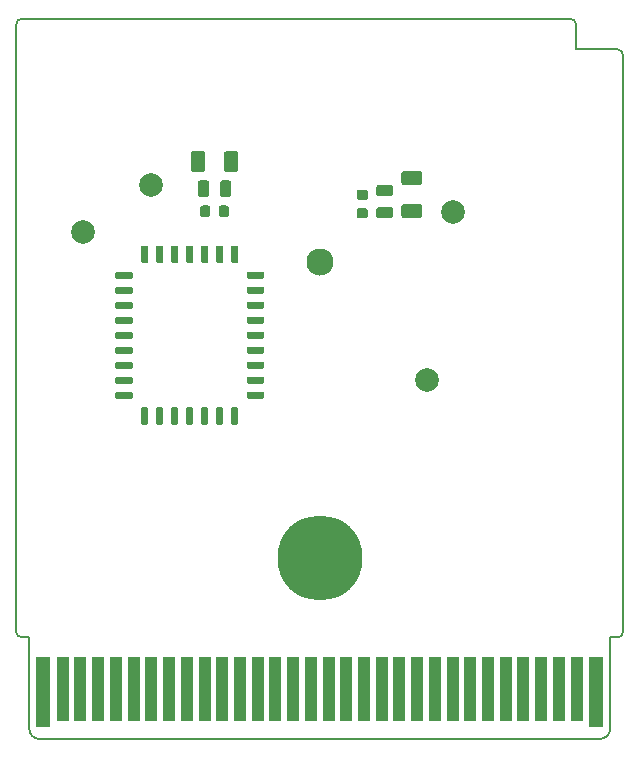
<source format=gbr>
G04 #@! TF.GenerationSoftware,KiCad,Pcbnew,5.1.5-52549c5~84~ubuntu19.10.1*
G04 #@! TF.CreationDate,2020-02-14T19:35:02+02:00*
G04 #@! TF.ProjectId,GB-CART32K-A,47422d43-4152-4543-9332-4b2d412e6b69,v1.1*
G04 #@! TF.SameCoordinates,Original*
G04 #@! TF.FileFunction,Soldermask,Top*
G04 #@! TF.FilePolarity,Negative*
%FSLAX46Y46*%
G04 Gerber Fmt 4.6, Leading zero omitted, Abs format (unit mm)*
G04 Created by KiCad (PCBNEW 5.1.5-52549c5~84~ubuntu19.10.1) date 2020-02-14 19:35:02*
%MOMM*%
%LPD*%
G04 APERTURE LIST*
%ADD10C,0.150000*%
%ADD11C,2.000000*%
%ADD12C,0.100000*%
%ADD13R,1.000000X5.500000*%
%ADD14R,1.300000X6.000000*%
%ADD15C,2.300000*%
%ADD16C,7.200000*%
G04 APERTURE END LIST*
D10*
X74800000Y-91400000D02*
G75*
G02X74300000Y-90900000I0J500000D01*
G01*
X74300000Y-39500000D02*
G75*
G02X74800000Y-39000000I500000J0D01*
G01*
X121200000Y-39000000D02*
G75*
G02X121700000Y-39500000I0J-500000D01*
G01*
X125200000Y-41600000D02*
G75*
G02X125700000Y-42100000I0J-500000D01*
G01*
X125700000Y-90900000D02*
G75*
G02X125200000Y-91400000I-500000J0D01*
G01*
X76300000Y-100000000D02*
G75*
G02X75400000Y-99100000I0J900000D01*
G01*
X124600000Y-99100000D02*
G75*
G02X123700000Y-100000000I-900000J0D01*
G01*
X121700000Y-39500000D02*
X121700000Y-41600000D01*
X74800000Y-39000000D02*
X121200000Y-39000000D01*
X125200000Y-41600000D02*
X121700000Y-41600000D01*
X74300000Y-90900000D02*
X74300000Y-39500000D01*
X75400000Y-91400000D02*
X74800000Y-91400000D01*
X75400000Y-99100000D02*
X75400000Y-91400000D01*
X125700000Y-90900000D02*
X125700000Y-42100000D01*
X124600000Y-91400000D02*
X125200000Y-91400000D01*
X124600000Y-99100000D02*
X124600000Y-91400000D01*
X76300000Y-100000000D02*
X123700000Y-100000000D01*
D11*
X111300000Y-55400000D03*
X109100000Y-69600000D03*
X80000000Y-57100000D03*
X85700000Y-53100000D03*
D12*
G36*
X90434703Y-58225722D02*
G01*
X90449264Y-58227882D01*
X90463543Y-58231459D01*
X90477403Y-58236418D01*
X90490710Y-58242712D01*
X90503336Y-58250280D01*
X90515159Y-58259048D01*
X90526066Y-58268934D01*
X90535952Y-58279841D01*
X90544720Y-58291664D01*
X90552288Y-58304290D01*
X90558582Y-58317597D01*
X90563541Y-58331457D01*
X90567118Y-58345736D01*
X90569278Y-58360297D01*
X90570000Y-58375000D01*
X90570000Y-59550000D01*
X90569278Y-59564703D01*
X90567118Y-59579264D01*
X90563541Y-59593543D01*
X90558582Y-59607403D01*
X90552288Y-59620710D01*
X90544720Y-59633336D01*
X90535952Y-59645159D01*
X90526066Y-59656066D01*
X90515159Y-59665952D01*
X90503336Y-59674720D01*
X90490710Y-59682288D01*
X90477403Y-59688582D01*
X90463543Y-59693541D01*
X90449264Y-59697118D01*
X90434703Y-59699278D01*
X90420000Y-59700000D01*
X90120000Y-59700000D01*
X90105297Y-59699278D01*
X90090736Y-59697118D01*
X90076457Y-59693541D01*
X90062597Y-59688582D01*
X90049290Y-59682288D01*
X90036664Y-59674720D01*
X90024841Y-59665952D01*
X90013934Y-59656066D01*
X90004048Y-59645159D01*
X89995280Y-59633336D01*
X89987712Y-59620710D01*
X89981418Y-59607403D01*
X89976459Y-59593543D01*
X89972882Y-59579264D01*
X89970722Y-59564703D01*
X89970000Y-59550000D01*
X89970000Y-58375000D01*
X89970722Y-58360297D01*
X89972882Y-58345736D01*
X89976459Y-58331457D01*
X89981418Y-58317597D01*
X89987712Y-58304290D01*
X89995280Y-58291664D01*
X90004048Y-58279841D01*
X90013934Y-58268934D01*
X90024841Y-58259048D01*
X90036664Y-58250280D01*
X90049290Y-58242712D01*
X90062597Y-58236418D01*
X90076457Y-58231459D01*
X90090736Y-58227882D01*
X90105297Y-58225722D01*
X90120000Y-58225000D01*
X90420000Y-58225000D01*
X90434703Y-58225722D01*
G37*
G36*
X91704703Y-58225722D02*
G01*
X91719264Y-58227882D01*
X91733543Y-58231459D01*
X91747403Y-58236418D01*
X91760710Y-58242712D01*
X91773336Y-58250280D01*
X91785159Y-58259048D01*
X91796066Y-58268934D01*
X91805952Y-58279841D01*
X91814720Y-58291664D01*
X91822288Y-58304290D01*
X91828582Y-58317597D01*
X91833541Y-58331457D01*
X91837118Y-58345736D01*
X91839278Y-58360297D01*
X91840000Y-58375000D01*
X91840000Y-59550000D01*
X91839278Y-59564703D01*
X91837118Y-59579264D01*
X91833541Y-59593543D01*
X91828582Y-59607403D01*
X91822288Y-59620710D01*
X91814720Y-59633336D01*
X91805952Y-59645159D01*
X91796066Y-59656066D01*
X91785159Y-59665952D01*
X91773336Y-59674720D01*
X91760710Y-59682288D01*
X91747403Y-59688582D01*
X91733543Y-59693541D01*
X91719264Y-59697118D01*
X91704703Y-59699278D01*
X91690000Y-59700000D01*
X91390000Y-59700000D01*
X91375297Y-59699278D01*
X91360736Y-59697118D01*
X91346457Y-59693541D01*
X91332597Y-59688582D01*
X91319290Y-59682288D01*
X91306664Y-59674720D01*
X91294841Y-59665952D01*
X91283934Y-59656066D01*
X91274048Y-59645159D01*
X91265280Y-59633336D01*
X91257712Y-59620710D01*
X91251418Y-59607403D01*
X91246459Y-59593543D01*
X91242882Y-59579264D01*
X91240722Y-59564703D01*
X91240000Y-59550000D01*
X91240000Y-58375000D01*
X91240722Y-58360297D01*
X91242882Y-58345736D01*
X91246459Y-58331457D01*
X91251418Y-58317597D01*
X91257712Y-58304290D01*
X91265280Y-58291664D01*
X91274048Y-58279841D01*
X91283934Y-58268934D01*
X91294841Y-58259048D01*
X91306664Y-58250280D01*
X91319290Y-58242712D01*
X91332597Y-58236418D01*
X91346457Y-58231459D01*
X91360736Y-58227882D01*
X91375297Y-58225722D01*
X91390000Y-58225000D01*
X91690000Y-58225000D01*
X91704703Y-58225722D01*
G37*
G36*
X92974703Y-58225722D02*
G01*
X92989264Y-58227882D01*
X93003543Y-58231459D01*
X93017403Y-58236418D01*
X93030710Y-58242712D01*
X93043336Y-58250280D01*
X93055159Y-58259048D01*
X93066066Y-58268934D01*
X93075952Y-58279841D01*
X93084720Y-58291664D01*
X93092288Y-58304290D01*
X93098582Y-58317597D01*
X93103541Y-58331457D01*
X93107118Y-58345736D01*
X93109278Y-58360297D01*
X93110000Y-58375000D01*
X93110000Y-59550000D01*
X93109278Y-59564703D01*
X93107118Y-59579264D01*
X93103541Y-59593543D01*
X93098582Y-59607403D01*
X93092288Y-59620710D01*
X93084720Y-59633336D01*
X93075952Y-59645159D01*
X93066066Y-59656066D01*
X93055159Y-59665952D01*
X93043336Y-59674720D01*
X93030710Y-59682288D01*
X93017403Y-59688582D01*
X93003543Y-59693541D01*
X92989264Y-59697118D01*
X92974703Y-59699278D01*
X92960000Y-59700000D01*
X92660000Y-59700000D01*
X92645297Y-59699278D01*
X92630736Y-59697118D01*
X92616457Y-59693541D01*
X92602597Y-59688582D01*
X92589290Y-59682288D01*
X92576664Y-59674720D01*
X92564841Y-59665952D01*
X92553934Y-59656066D01*
X92544048Y-59645159D01*
X92535280Y-59633336D01*
X92527712Y-59620710D01*
X92521418Y-59607403D01*
X92516459Y-59593543D01*
X92512882Y-59579264D01*
X92510722Y-59564703D01*
X92510000Y-59550000D01*
X92510000Y-58375000D01*
X92510722Y-58360297D01*
X92512882Y-58345736D01*
X92516459Y-58331457D01*
X92521418Y-58317597D01*
X92527712Y-58304290D01*
X92535280Y-58291664D01*
X92544048Y-58279841D01*
X92553934Y-58268934D01*
X92564841Y-58259048D01*
X92576664Y-58250280D01*
X92589290Y-58242712D01*
X92602597Y-58236418D01*
X92616457Y-58231459D01*
X92630736Y-58227882D01*
X92645297Y-58225722D01*
X92660000Y-58225000D01*
X92960000Y-58225000D01*
X92974703Y-58225722D01*
G37*
G36*
X95164703Y-60420722D02*
G01*
X95179264Y-60422882D01*
X95193543Y-60426459D01*
X95207403Y-60431418D01*
X95220710Y-60437712D01*
X95233336Y-60445280D01*
X95245159Y-60454048D01*
X95256066Y-60463934D01*
X95265952Y-60474841D01*
X95274720Y-60486664D01*
X95282288Y-60499290D01*
X95288582Y-60512597D01*
X95293541Y-60526457D01*
X95297118Y-60540736D01*
X95299278Y-60555297D01*
X95300000Y-60570000D01*
X95300000Y-60870000D01*
X95299278Y-60884703D01*
X95297118Y-60899264D01*
X95293541Y-60913543D01*
X95288582Y-60927403D01*
X95282288Y-60940710D01*
X95274720Y-60953336D01*
X95265952Y-60965159D01*
X95256066Y-60976066D01*
X95245159Y-60985952D01*
X95233336Y-60994720D01*
X95220710Y-61002288D01*
X95207403Y-61008582D01*
X95193543Y-61013541D01*
X95179264Y-61017118D01*
X95164703Y-61019278D01*
X95150000Y-61020000D01*
X93975000Y-61020000D01*
X93960297Y-61019278D01*
X93945736Y-61017118D01*
X93931457Y-61013541D01*
X93917597Y-61008582D01*
X93904290Y-61002288D01*
X93891664Y-60994720D01*
X93879841Y-60985952D01*
X93868934Y-60976066D01*
X93859048Y-60965159D01*
X93850280Y-60953336D01*
X93842712Y-60940710D01*
X93836418Y-60927403D01*
X93831459Y-60913543D01*
X93827882Y-60899264D01*
X93825722Y-60884703D01*
X93825000Y-60870000D01*
X93825000Y-60570000D01*
X93825722Y-60555297D01*
X93827882Y-60540736D01*
X93831459Y-60526457D01*
X93836418Y-60512597D01*
X93842712Y-60499290D01*
X93850280Y-60486664D01*
X93859048Y-60474841D01*
X93868934Y-60463934D01*
X93879841Y-60454048D01*
X93891664Y-60445280D01*
X93904290Y-60437712D01*
X93917597Y-60431418D01*
X93931457Y-60426459D01*
X93945736Y-60422882D01*
X93960297Y-60420722D01*
X93975000Y-60420000D01*
X95150000Y-60420000D01*
X95164703Y-60420722D01*
G37*
G36*
X95164703Y-61690722D02*
G01*
X95179264Y-61692882D01*
X95193543Y-61696459D01*
X95207403Y-61701418D01*
X95220710Y-61707712D01*
X95233336Y-61715280D01*
X95245159Y-61724048D01*
X95256066Y-61733934D01*
X95265952Y-61744841D01*
X95274720Y-61756664D01*
X95282288Y-61769290D01*
X95288582Y-61782597D01*
X95293541Y-61796457D01*
X95297118Y-61810736D01*
X95299278Y-61825297D01*
X95300000Y-61840000D01*
X95300000Y-62140000D01*
X95299278Y-62154703D01*
X95297118Y-62169264D01*
X95293541Y-62183543D01*
X95288582Y-62197403D01*
X95282288Y-62210710D01*
X95274720Y-62223336D01*
X95265952Y-62235159D01*
X95256066Y-62246066D01*
X95245159Y-62255952D01*
X95233336Y-62264720D01*
X95220710Y-62272288D01*
X95207403Y-62278582D01*
X95193543Y-62283541D01*
X95179264Y-62287118D01*
X95164703Y-62289278D01*
X95150000Y-62290000D01*
X93975000Y-62290000D01*
X93960297Y-62289278D01*
X93945736Y-62287118D01*
X93931457Y-62283541D01*
X93917597Y-62278582D01*
X93904290Y-62272288D01*
X93891664Y-62264720D01*
X93879841Y-62255952D01*
X93868934Y-62246066D01*
X93859048Y-62235159D01*
X93850280Y-62223336D01*
X93842712Y-62210710D01*
X93836418Y-62197403D01*
X93831459Y-62183543D01*
X93827882Y-62169264D01*
X93825722Y-62154703D01*
X93825000Y-62140000D01*
X93825000Y-61840000D01*
X93825722Y-61825297D01*
X93827882Y-61810736D01*
X93831459Y-61796457D01*
X93836418Y-61782597D01*
X93842712Y-61769290D01*
X93850280Y-61756664D01*
X93859048Y-61744841D01*
X93868934Y-61733934D01*
X93879841Y-61724048D01*
X93891664Y-61715280D01*
X93904290Y-61707712D01*
X93917597Y-61701418D01*
X93931457Y-61696459D01*
X93945736Y-61692882D01*
X93960297Y-61690722D01*
X93975000Y-61690000D01*
X95150000Y-61690000D01*
X95164703Y-61690722D01*
G37*
G36*
X95164703Y-62960722D02*
G01*
X95179264Y-62962882D01*
X95193543Y-62966459D01*
X95207403Y-62971418D01*
X95220710Y-62977712D01*
X95233336Y-62985280D01*
X95245159Y-62994048D01*
X95256066Y-63003934D01*
X95265952Y-63014841D01*
X95274720Y-63026664D01*
X95282288Y-63039290D01*
X95288582Y-63052597D01*
X95293541Y-63066457D01*
X95297118Y-63080736D01*
X95299278Y-63095297D01*
X95300000Y-63110000D01*
X95300000Y-63410000D01*
X95299278Y-63424703D01*
X95297118Y-63439264D01*
X95293541Y-63453543D01*
X95288582Y-63467403D01*
X95282288Y-63480710D01*
X95274720Y-63493336D01*
X95265952Y-63505159D01*
X95256066Y-63516066D01*
X95245159Y-63525952D01*
X95233336Y-63534720D01*
X95220710Y-63542288D01*
X95207403Y-63548582D01*
X95193543Y-63553541D01*
X95179264Y-63557118D01*
X95164703Y-63559278D01*
X95150000Y-63560000D01*
X93975000Y-63560000D01*
X93960297Y-63559278D01*
X93945736Y-63557118D01*
X93931457Y-63553541D01*
X93917597Y-63548582D01*
X93904290Y-63542288D01*
X93891664Y-63534720D01*
X93879841Y-63525952D01*
X93868934Y-63516066D01*
X93859048Y-63505159D01*
X93850280Y-63493336D01*
X93842712Y-63480710D01*
X93836418Y-63467403D01*
X93831459Y-63453543D01*
X93827882Y-63439264D01*
X93825722Y-63424703D01*
X93825000Y-63410000D01*
X93825000Y-63110000D01*
X93825722Y-63095297D01*
X93827882Y-63080736D01*
X93831459Y-63066457D01*
X93836418Y-63052597D01*
X93842712Y-63039290D01*
X93850280Y-63026664D01*
X93859048Y-63014841D01*
X93868934Y-63003934D01*
X93879841Y-62994048D01*
X93891664Y-62985280D01*
X93904290Y-62977712D01*
X93917597Y-62971418D01*
X93931457Y-62966459D01*
X93945736Y-62962882D01*
X93960297Y-62960722D01*
X93975000Y-62960000D01*
X95150000Y-62960000D01*
X95164703Y-62960722D01*
G37*
G36*
X95164703Y-64230722D02*
G01*
X95179264Y-64232882D01*
X95193543Y-64236459D01*
X95207403Y-64241418D01*
X95220710Y-64247712D01*
X95233336Y-64255280D01*
X95245159Y-64264048D01*
X95256066Y-64273934D01*
X95265952Y-64284841D01*
X95274720Y-64296664D01*
X95282288Y-64309290D01*
X95288582Y-64322597D01*
X95293541Y-64336457D01*
X95297118Y-64350736D01*
X95299278Y-64365297D01*
X95300000Y-64380000D01*
X95300000Y-64680000D01*
X95299278Y-64694703D01*
X95297118Y-64709264D01*
X95293541Y-64723543D01*
X95288582Y-64737403D01*
X95282288Y-64750710D01*
X95274720Y-64763336D01*
X95265952Y-64775159D01*
X95256066Y-64786066D01*
X95245159Y-64795952D01*
X95233336Y-64804720D01*
X95220710Y-64812288D01*
X95207403Y-64818582D01*
X95193543Y-64823541D01*
X95179264Y-64827118D01*
X95164703Y-64829278D01*
X95150000Y-64830000D01*
X93975000Y-64830000D01*
X93960297Y-64829278D01*
X93945736Y-64827118D01*
X93931457Y-64823541D01*
X93917597Y-64818582D01*
X93904290Y-64812288D01*
X93891664Y-64804720D01*
X93879841Y-64795952D01*
X93868934Y-64786066D01*
X93859048Y-64775159D01*
X93850280Y-64763336D01*
X93842712Y-64750710D01*
X93836418Y-64737403D01*
X93831459Y-64723543D01*
X93827882Y-64709264D01*
X93825722Y-64694703D01*
X93825000Y-64680000D01*
X93825000Y-64380000D01*
X93825722Y-64365297D01*
X93827882Y-64350736D01*
X93831459Y-64336457D01*
X93836418Y-64322597D01*
X93842712Y-64309290D01*
X93850280Y-64296664D01*
X93859048Y-64284841D01*
X93868934Y-64273934D01*
X93879841Y-64264048D01*
X93891664Y-64255280D01*
X93904290Y-64247712D01*
X93917597Y-64241418D01*
X93931457Y-64236459D01*
X93945736Y-64232882D01*
X93960297Y-64230722D01*
X93975000Y-64230000D01*
X95150000Y-64230000D01*
X95164703Y-64230722D01*
G37*
G36*
X95164703Y-65500722D02*
G01*
X95179264Y-65502882D01*
X95193543Y-65506459D01*
X95207403Y-65511418D01*
X95220710Y-65517712D01*
X95233336Y-65525280D01*
X95245159Y-65534048D01*
X95256066Y-65543934D01*
X95265952Y-65554841D01*
X95274720Y-65566664D01*
X95282288Y-65579290D01*
X95288582Y-65592597D01*
X95293541Y-65606457D01*
X95297118Y-65620736D01*
X95299278Y-65635297D01*
X95300000Y-65650000D01*
X95300000Y-65950000D01*
X95299278Y-65964703D01*
X95297118Y-65979264D01*
X95293541Y-65993543D01*
X95288582Y-66007403D01*
X95282288Y-66020710D01*
X95274720Y-66033336D01*
X95265952Y-66045159D01*
X95256066Y-66056066D01*
X95245159Y-66065952D01*
X95233336Y-66074720D01*
X95220710Y-66082288D01*
X95207403Y-66088582D01*
X95193543Y-66093541D01*
X95179264Y-66097118D01*
X95164703Y-66099278D01*
X95150000Y-66100000D01*
X93975000Y-66100000D01*
X93960297Y-66099278D01*
X93945736Y-66097118D01*
X93931457Y-66093541D01*
X93917597Y-66088582D01*
X93904290Y-66082288D01*
X93891664Y-66074720D01*
X93879841Y-66065952D01*
X93868934Y-66056066D01*
X93859048Y-66045159D01*
X93850280Y-66033336D01*
X93842712Y-66020710D01*
X93836418Y-66007403D01*
X93831459Y-65993543D01*
X93827882Y-65979264D01*
X93825722Y-65964703D01*
X93825000Y-65950000D01*
X93825000Y-65650000D01*
X93825722Y-65635297D01*
X93827882Y-65620736D01*
X93831459Y-65606457D01*
X93836418Y-65592597D01*
X93842712Y-65579290D01*
X93850280Y-65566664D01*
X93859048Y-65554841D01*
X93868934Y-65543934D01*
X93879841Y-65534048D01*
X93891664Y-65525280D01*
X93904290Y-65517712D01*
X93917597Y-65511418D01*
X93931457Y-65506459D01*
X93945736Y-65502882D01*
X93960297Y-65500722D01*
X93975000Y-65500000D01*
X95150000Y-65500000D01*
X95164703Y-65500722D01*
G37*
G36*
X95164703Y-66770722D02*
G01*
X95179264Y-66772882D01*
X95193543Y-66776459D01*
X95207403Y-66781418D01*
X95220710Y-66787712D01*
X95233336Y-66795280D01*
X95245159Y-66804048D01*
X95256066Y-66813934D01*
X95265952Y-66824841D01*
X95274720Y-66836664D01*
X95282288Y-66849290D01*
X95288582Y-66862597D01*
X95293541Y-66876457D01*
X95297118Y-66890736D01*
X95299278Y-66905297D01*
X95300000Y-66920000D01*
X95300000Y-67220000D01*
X95299278Y-67234703D01*
X95297118Y-67249264D01*
X95293541Y-67263543D01*
X95288582Y-67277403D01*
X95282288Y-67290710D01*
X95274720Y-67303336D01*
X95265952Y-67315159D01*
X95256066Y-67326066D01*
X95245159Y-67335952D01*
X95233336Y-67344720D01*
X95220710Y-67352288D01*
X95207403Y-67358582D01*
X95193543Y-67363541D01*
X95179264Y-67367118D01*
X95164703Y-67369278D01*
X95150000Y-67370000D01*
X93975000Y-67370000D01*
X93960297Y-67369278D01*
X93945736Y-67367118D01*
X93931457Y-67363541D01*
X93917597Y-67358582D01*
X93904290Y-67352288D01*
X93891664Y-67344720D01*
X93879841Y-67335952D01*
X93868934Y-67326066D01*
X93859048Y-67315159D01*
X93850280Y-67303336D01*
X93842712Y-67290710D01*
X93836418Y-67277403D01*
X93831459Y-67263543D01*
X93827882Y-67249264D01*
X93825722Y-67234703D01*
X93825000Y-67220000D01*
X93825000Y-66920000D01*
X93825722Y-66905297D01*
X93827882Y-66890736D01*
X93831459Y-66876457D01*
X93836418Y-66862597D01*
X93842712Y-66849290D01*
X93850280Y-66836664D01*
X93859048Y-66824841D01*
X93868934Y-66813934D01*
X93879841Y-66804048D01*
X93891664Y-66795280D01*
X93904290Y-66787712D01*
X93917597Y-66781418D01*
X93931457Y-66776459D01*
X93945736Y-66772882D01*
X93960297Y-66770722D01*
X93975000Y-66770000D01*
X95150000Y-66770000D01*
X95164703Y-66770722D01*
G37*
G36*
X95164703Y-68040722D02*
G01*
X95179264Y-68042882D01*
X95193543Y-68046459D01*
X95207403Y-68051418D01*
X95220710Y-68057712D01*
X95233336Y-68065280D01*
X95245159Y-68074048D01*
X95256066Y-68083934D01*
X95265952Y-68094841D01*
X95274720Y-68106664D01*
X95282288Y-68119290D01*
X95288582Y-68132597D01*
X95293541Y-68146457D01*
X95297118Y-68160736D01*
X95299278Y-68175297D01*
X95300000Y-68190000D01*
X95300000Y-68490000D01*
X95299278Y-68504703D01*
X95297118Y-68519264D01*
X95293541Y-68533543D01*
X95288582Y-68547403D01*
X95282288Y-68560710D01*
X95274720Y-68573336D01*
X95265952Y-68585159D01*
X95256066Y-68596066D01*
X95245159Y-68605952D01*
X95233336Y-68614720D01*
X95220710Y-68622288D01*
X95207403Y-68628582D01*
X95193543Y-68633541D01*
X95179264Y-68637118D01*
X95164703Y-68639278D01*
X95150000Y-68640000D01*
X93975000Y-68640000D01*
X93960297Y-68639278D01*
X93945736Y-68637118D01*
X93931457Y-68633541D01*
X93917597Y-68628582D01*
X93904290Y-68622288D01*
X93891664Y-68614720D01*
X93879841Y-68605952D01*
X93868934Y-68596066D01*
X93859048Y-68585159D01*
X93850280Y-68573336D01*
X93842712Y-68560710D01*
X93836418Y-68547403D01*
X93831459Y-68533543D01*
X93827882Y-68519264D01*
X93825722Y-68504703D01*
X93825000Y-68490000D01*
X93825000Y-68190000D01*
X93825722Y-68175297D01*
X93827882Y-68160736D01*
X93831459Y-68146457D01*
X93836418Y-68132597D01*
X93842712Y-68119290D01*
X93850280Y-68106664D01*
X93859048Y-68094841D01*
X93868934Y-68083934D01*
X93879841Y-68074048D01*
X93891664Y-68065280D01*
X93904290Y-68057712D01*
X93917597Y-68051418D01*
X93931457Y-68046459D01*
X93945736Y-68042882D01*
X93960297Y-68040722D01*
X93975000Y-68040000D01*
X95150000Y-68040000D01*
X95164703Y-68040722D01*
G37*
G36*
X95164703Y-69310722D02*
G01*
X95179264Y-69312882D01*
X95193543Y-69316459D01*
X95207403Y-69321418D01*
X95220710Y-69327712D01*
X95233336Y-69335280D01*
X95245159Y-69344048D01*
X95256066Y-69353934D01*
X95265952Y-69364841D01*
X95274720Y-69376664D01*
X95282288Y-69389290D01*
X95288582Y-69402597D01*
X95293541Y-69416457D01*
X95297118Y-69430736D01*
X95299278Y-69445297D01*
X95300000Y-69460000D01*
X95300000Y-69760000D01*
X95299278Y-69774703D01*
X95297118Y-69789264D01*
X95293541Y-69803543D01*
X95288582Y-69817403D01*
X95282288Y-69830710D01*
X95274720Y-69843336D01*
X95265952Y-69855159D01*
X95256066Y-69866066D01*
X95245159Y-69875952D01*
X95233336Y-69884720D01*
X95220710Y-69892288D01*
X95207403Y-69898582D01*
X95193543Y-69903541D01*
X95179264Y-69907118D01*
X95164703Y-69909278D01*
X95150000Y-69910000D01*
X93975000Y-69910000D01*
X93960297Y-69909278D01*
X93945736Y-69907118D01*
X93931457Y-69903541D01*
X93917597Y-69898582D01*
X93904290Y-69892288D01*
X93891664Y-69884720D01*
X93879841Y-69875952D01*
X93868934Y-69866066D01*
X93859048Y-69855159D01*
X93850280Y-69843336D01*
X93842712Y-69830710D01*
X93836418Y-69817403D01*
X93831459Y-69803543D01*
X93827882Y-69789264D01*
X93825722Y-69774703D01*
X93825000Y-69760000D01*
X93825000Y-69460000D01*
X93825722Y-69445297D01*
X93827882Y-69430736D01*
X93831459Y-69416457D01*
X93836418Y-69402597D01*
X93842712Y-69389290D01*
X93850280Y-69376664D01*
X93859048Y-69364841D01*
X93868934Y-69353934D01*
X93879841Y-69344048D01*
X93891664Y-69335280D01*
X93904290Y-69327712D01*
X93917597Y-69321418D01*
X93931457Y-69316459D01*
X93945736Y-69312882D01*
X93960297Y-69310722D01*
X93975000Y-69310000D01*
X95150000Y-69310000D01*
X95164703Y-69310722D01*
G37*
G36*
X95164703Y-70580722D02*
G01*
X95179264Y-70582882D01*
X95193543Y-70586459D01*
X95207403Y-70591418D01*
X95220710Y-70597712D01*
X95233336Y-70605280D01*
X95245159Y-70614048D01*
X95256066Y-70623934D01*
X95265952Y-70634841D01*
X95274720Y-70646664D01*
X95282288Y-70659290D01*
X95288582Y-70672597D01*
X95293541Y-70686457D01*
X95297118Y-70700736D01*
X95299278Y-70715297D01*
X95300000Y-70730000D01*
X95300000Y-71030000D01*
X95299278Y-71044703D01*
X95297118Y-71059264D01*
X95293541Y-71073543D01*
X95288582Y-71087403D01*
X95282288Y-71100710D01*
X95274720Y-71113336D01*
X95265952Y-71125159D01*
X95256066Y-71136066D01*
X95245159Y-71145952D01*
X95233336Y-71154720D01*
X95220710Y-71162288D01*
X95207403Y-71168582D01*
X95193543Y-71173541D01*
X95179264Y-71177118D01*
X95164703Y-71179278D01*
X95150000Y-71180000D01*
X93975000Y-71180000D01*
X93960297Y-71179278D01*
X93945736Y-71177118D01*
X93931457Y-71173541D01*
X93917597Y-71168582D01*
X93904290Y-71162288D01*
X93891664Y-71154720D01*
X93879841Y-71145952D01*
X93868934Y-71136066D01*
X93859048Y-71125159D01*
X93850280Y-71113336D01*
X93842712Y-71100710D01*
X93836418Y-71087403D01*
X93831459Y-71073543D01*
X93827882Y-71059264D01*
X93825722Y-71044703D01*
X93825000Y-71030000D01*
X93825000Y-70730000D01*
X93825722Y-70715297D01*
X93827882Y-70700736D01*
X93831459Y-70686457D01*
X93836418Y-70672597D01*
X93842712Y-70659290D01*
X93850280Y-70646664D01*
X93859048Y-70634841D01*
X93868934Y-70623934D01*
X93879841Y-70614048D01*
X93891664Y-70605280D01*
X93904290Y-70597712D01*
X93917597Y-70591418D01*
X93931457Y-70586459D01*
X93945736Y-70582882D01*
X93960297Y-70580722D01*
X93975000Y-70580000D01*
X95150000Y-70580000D01*
X95164703Y-70580722D01*
G37*
G36*
X92974703Y-71900722D02*
G01*
X92989264Y-71902882D01*
X93003543Y-71906459D01*
X93017403Y-71911418D01*
X93030710Y-71917712D01*
X93043336Y-71925280D01*
X93055159Y-71934048D01*
X93066066Y-71943934D01*
X93075952Y-71954841D01*
X93084720Y-71966664D01*
X93092288Y-71979290D01*
X93098582Y-71992597D01*
X93103541Y-72006457D01*
X93107118Y-72020736D01*
X93109278Y-72035297D01*
X93110000Y-72050000D01*
X93110000Y-73225000D01*
X93109278Y-73239703D01*
X93107118Y-73254264D01*
X93103541Y-73268543D01*
X93098582Y-73282403D01*
X93092288Y-73295710D01*
X93084720Y-73308336D01*
X93075952Y-73320159D01*
X93066066Y-73331066D01*
X93055159Y-73340952D01*
X93043336Y-73349720D01*
X93030710Y-73357288D01*
X93017403Y-73363582D01*
X93003543Y-73368541D01*
X92989264Y-73372118D01*
X92974703Y-73374278D01*
X92960000Y-73375000D01*
X92660000Y-73375000D01*
X92645297Y-73374278D01*
X92630736Y-73372118D01*
X92616457Y-73368541D01*
X92602597Y-73363582D01*
X92589290Y-73357288D01*
X92576664Y-73349720D01*
X92564841Y-73340952D01*
X92553934Y-73331066D01*
X92544048Y-73320159D01*
X92535280Y-73308336D01*
X92527712Y-73295710D01*
X92521418Y-73282403D01*
X92516459Y-73268543D01*
X92512882Y-73254264D01*
X92510722Y-73239703D01*
X92510000Y-73225000D01*
X92510000Y-72050000D01*
X92510722Y-72035297D01*
X92512882Y-72020736D01*
X92516459Y-72006457D01*
X92521418Y-71992597D01*
X92527712Y-71979290D01*
X92535280Y-71966664D01*
X92544048Y-71954841D01*
X92553934Y-71943934D01*
X92564841Y-71934048D01*
X92576664Y-71925280D01*
X92589290Y-71917712D01*
X92602597Y-71911418D01*
X92616457Y-71906459D01*
X92630736Y-71902882D01*
X92645297Y-71900722D01*
X92660000Y-71900000D01*
X92960000Y-71900000D01*
X92974703Y-71900722D01*
G37*
G36*
X91704703Y-71900722D02*
G01*
X91719264Y-71902882D01*
X91733543Y-71906459D01*
X91747403Y-71911418D01*
X91760710Y-71917712D01*
X91773336Y-71925280D01*
X91785159Y-71934048D01*
X91796066Y-71943934D01*
X91805952Y-71954841D01*
X91814720Y-71966664D01*
X91822288Y-71979290D01*
X91828582Y-71992597D01*
X91833541Y-72006457D01*
X91837118Y-72020736D01*
X91839278Y-72035297D01*
X91840000Y-72050000D01*
X91840000Y-73225000D01*
X91839278Y-73239703D01*
X91837118Y-73254264D01*
X91833541Y-73268543D01*
X91828582Y-73282403D01*
X91822288Y-73295710D01*
X91814720Y-73308336D01*
X91805952Y-73320159D01*
X91796066Y-73331066D01*
X91785159Y-73340952D01*
X91773336Y-73349720D01*
X91760710Y-73357288D01*
X91747403Y-73363582D01*
X91733543Y-73368541D01*
X91719264Y-73372118D01*
X91704703Y-73374278D01*
X91690000Y-73375000D01*
X91390000Y-73375000D01*
X91375297Y-73374278D01*
X91360736Y-73372118D01*
X91346457Y-73368541D01*
X91332597Y-73363582D01*
X91319290Y-73357288D01*
X91306664Y-73349720D01*
X91294841Y-73340952D01*
X91283934Y-73331066D01*
X91274048Y-73320159D01*
X91265280Y-73308336D01*
X91257712Y-73295710D01*
X91251418Y-73282403D01*
X91246459Y-73268543D01*
X91242882Y-73254264D01*
X91240722Y-73239703D01*
X91240000Y-73225000D01*
X91240000Y-72050000D01*
X91240722Y-72035297D01*
X91242882Y-72020736D01*
X91246459Y-72006457D01*
X91251418Y-71992597D01*
X91257712Y-71979290D01*
X91265280Y-71966664D01*
X91274048Y-71954841D01*
X91283934Y-71943934D01*
X91294841Y-71934048D01*
X91306664Y-71925280D01*
X91319290Y-71917712D01*
X91332597Y-71911418D01*
X91346457Y-71906459D01*
X91360736Y-71902882D01*
X91375297Y-71900722D01*
X91390000Y-71900000D01*
X91690000Y-71900000D01*
X91704703Y-71900722D01*
G37*
G36*
X90434703Y-71900722D02*
G01*
X90449264Y-71902882D01*
X90463543Y-71906459D01*
X90477403Y-71911418D01*
X90490710Y-71917712D01*
X90503336Y-71925280D01*
X90515159Y-71934048D01*
X90526066Y-71943934D01*
X90535952Y-71954841D01*
X90544720Y-71966664D01*
X90552288Y-71979290D01*
X90558582Y-71992597D01*
X90563541Y-72006457D01*
X90567118Y-72020736D01*
X90569278Y-72035297D01*
X90570000Y-72050000D01*
X90570000Y-73225000D01*
X90569278Y-73239703D01*
X90567118Y-73254264D01*
X90563541Y-73268543D01*
X90558582Y-73282403D01*
X90552288Y-73295710D01*
X90544720Y-73308336D01*
X90535952Y-73320159D01*
X90526066Y-73331066D01*
X90515159Y-73340952D01*
X90503336Y-73349720D01*
X90490710Y-73357288D01*
X90477403Y-73363582D01*
X90463543Y-73368541D01*
X90449264Y-73372118D01*
X90434703Y-73374278D01*
X90420000Y-73375000D01*
X90120000Y-73375000D01*
X90105297Y-73374278D01*
X90090736Y-73372118D01*
X90076457Y-73368541D01*
X90062597Y-73363582D01*
X90049290Y-73357288D01*
X90036664Y-73349720D01*
X90024841Y-73340952D01*
X90013934Y-73331066D01*
X90004048Y-73320159D01*
X89995280Y-73308336D01*
X89987712Y-73295710D01*
X89981418Y-73282403D01*
X89976459Y-73268543D01*
X89972882Y-73254264D01*
X89970722Y-73239703D01*
X89970000Y-73225000D01*
X89970000Y-72050000D01*
X89970722Y-72035297D01*
X89972882Y-72020736D01*
X89976459Y-72006457D01*
X89981418Y-71992597D01*
X89987712Y-71979290D01*
X89995280Y-71966664D01*
X90004048Y-71954841D01*
X90013934Y-71943934D01*
X90024841Y-71934048D01*
X90036664Y-71925280D01*
X90049290Y-71917712D01*
X90062597Y-71911418D01*
X90076457Y-71906459D01*
X90090736Y-71902882D01*
X90105297Y-71900722D01*
X90120000Y-71900000D01*
X90420000Y-71900000D01*
X90434703Y-71900722D01*
G37*
G36*
X89164703Y-71900722D02*
G01*
X89179264Y-71902882D01*
X89193543Y-71906459D01*
X89207403Y-71911418D01*
X89220710Y-71917712D01*
X89233336Y-71925280D01*
X89245159Y-71934048D01*
X89256066Y-71943934D01*
X89265952Y-71954841D01*
X89274720Y-71966664D01*
X89282288Y-71979290D01*
X89288582Y-71992597D01*
X89293541Y-72006457D01*
X89297118Y-72020736D01*
X89299278Y-72035297D01*
X89300000Y-72050000D01*
X89300000Y-73225000D01*
X89299278Y-73239703D01*
X89297118Y-73254264D01*
X89293541Y-73268543D01*
X89288582Y-73282403D01*
X89282288Y-73295710D01*
X89274720Y-73308336D01*
X89265952Y-73320159D01*
X89256066Y-73331066D01*
X89245159Y-73340952D01*
X89233336Y-73349720D01*
X89220710Y-73357288D01*
X89207403Y-73363582D01*
X89193543Y-73368541D01*
X89179264Y-73372118D01*
X89164703Y-73374278D01*
X89150000Y-73375000D01*
X88850000Y-73375000D01*
X88835297Y-73374278D01*
X88820736Y-73372118D01*
X88806457Y-73368541D01*
X88792597Y-73363582D01*
X88779290Y-73357288D01*
X88766664Y-73349720D01*
X88754841Y-73340952D01*
X88743934Y-73331066D01*
X88734048Y-73320159D01*
X88725280Y-73308336D01*
X88717712Y-73295710D01*
X88711418Y-73282403D01*
X88706459Y-73268543D01*
X88702882Y-73254264D01*
X88700722Y-73239703D01*
X88700000Y-73225000D01*
X88700000Y-72050000D01*
X88700722Y-72035297D01*
X88702882Y-72020736D01*
X88706459Y-72006457D01*
X88711418Y-71992597D01*
X88717712Y-71979290D01*
X88725280Y-71966664D01*
X88734048Y-71954841D01*
X88743934Y-71943934D01*
X88754841Y-71934048D01*
X88766664Y-71925280D01*
X88779290Y-71917712D01*
X88792597Y-71911418D01*
X88806457Y-71906459D01*
X88820736Y-71902882D01*
X88835297Y-71900722D01*
X88850000Y-71900000D01*
X89150000Y-71900000D01*
X89164703Y-71900722D01*
G37*
G36*
X87894703Y-71900722D02*
G01*
X87909264Y-71902882D01*
X87923543Y-71906459D01*
X87937403Y-71911418D01*
X87950710Y-71917712D01*
X87963336Y-71925280D01*
X87975159Y-71934048D01*
X87986066Y-71943934D01*
X87995952Y-71954841D01*
X88004720Y-71966664D01*
X88012288Y-71979290D01*
X88018582Y-71992597D01*
X88023541Y-72006457D01*
X88027118Y-72020736D01*
X88029278Y-72035297D01*
X88030000Y-72050000D01*
X88030000Y-73225000D01*
X88029278Y-73239703D01*
X88027118Y-73254264D01*
X88023541Y-73268543D01*
X88018582Y-73282403D01*
X88012288Y-73295710D01*
X88004720Y-73308336D01*
X87995952Y-73320159D01*
X87986066Y-73331066D01*
X87975159Y-73340952D01*
X87963336Y-73349720D01*
X87950710Y-73357288D01*
X87937403Y-73363582D01*
X87923543Y-73368541D01*
X87909264Y-73372118D01*
X87894703Y-73374278D01*
X87880000Y-73375000D01*
X87580000Y-73375000D01*
X87565297Y-73374278D01*
X87550736Y-73372118D01*
X87536457Y-73368541D01*
X87522597Y-73363582D01*
X87509290Y-73357288D01*
X87496664Y-73349720D01*
X87484841Y-73340952D01*
X87473934Y-73331066D01*
X87464048Y-73320159D01*
X87455280Y-73308336D01*
X87447712Y-73295710D01*
X87441418Y-73282403D01*
X87436459Y-73268543D01*
X87432882Y-73254264D01*
X87430722Y-73239703D01*
X87430000Y-73225000D01*
X87430000Y-72050000D01*
X87430722Y-72035297D01*
X87432882Y-72020736D01*
X87436459Y-72006457D01*
X87441418Y-71992597D01*
X87447712Y-71979290D01*
X87455280Y-71966664D01*
X87464048Y-71954841D01*
X87473934Y-71943934D01*
X87484841Y-71934048D01*
X87496664Y-71925280D01*
X87509290Y-71917712D01*
X87522597Y-71911418D01*
X87536457Y-71906459D01*
X87550736Y-71902882D01*
X87565297Y-71900722D01*
X87580000Y-71900000D01*
X87880000Y-71900000D01*
X87894703Y-71900722D01*
G37*
G36*
X86624703Y-71900722D02*
G01*
X86639264Y-71902882D01*
X86653543Y-71906459D01*
X86667403Y-71911418D01*
X86680710Y-71917712D01*
X86693336Y-71925280D01*
X86705159Y-71934048D01*
X86716066Y-71943934D01*
X86725952Y-71954841D01*
X86734720Y-71966664D01*
X86742288Y-71979290D01*
X86748582Y-71992597D01*
X86753541Y-72006457D01*
X86757118Y-72020736D01*
X86759278Y-72035297D01*
X86760000Y-72050000D01*
X86760000Y-73225000D01*
X86759278Y-73239703D01*
X86757118Y-73254264D01*
X86753541Y-73268543D01*
X86748582Y-73282403D01*
X86742288Y-73295710D01*
X86734720Y-73308336D01*
X86725952Y-73320159D01*
X86716066Y-73331066D01*
X86705159Y-73340952D01*
X86693336Y-73349720D01*
X86680710Y-73357288D01*
X86667403Y-73363582D01*
X86653543Y-73368541D01*
X86639264Y-73372118D01*
X86624703Y-73374278D01*
X86610000Y-73375000D01*
X86310000Y-73375000D01*
X86295297Y-73374278D01*
X86280736Y-73372118D01*
X86266457Y-73368541D01*
X86252597Y-73363582D01*
X86239290Y-73357288D01*
X86226664Y-73349720D01*
X86214841Y-73340952D01*
X86203934Y-73331066D01*
X86194048Y-73320159D01*
X86185280Y-73308336D01*
X86177712Y-73295710D01*
X86171418Y-73282403D01*
X86166459Y-73268543D01*
X86162882Y-73254264D01*
X86160722Y-73239703D01*
X86160000Y-73225000D01*
X86160000Y-72050000D01*
X86160722Y-72035297D01*
X86162882Y-72020736D01*
X86166459Y-72006457D01*
X86171418Y-71992597D01*
X86177712Y-71979290D01*
X86185280Y-71966664D01*
X86194048Y-71954841D01*
X86203934Y-71943934D01*
X86214841Y-71934048D01*
X86226664Y-71925280D01*
X86239290Y-71917712D01*
X86252597Y-71911418D01*
X86266457Y-71906459D01*
X86280736Y-71902882D01*
X86295297Y-71900722D01*
X86310000Y-71900000D01*
X86610000Y-71900000D01*
X86624703Y-71900722D01*
G37*
G36*
X85354703Y-71900722D02*
G01*
X85369264Y-71902882D01*
X85383543Y-71906459D01*
X85397403Y-71911418D01*
X85410710Y-71917712D01*
X85423336Y-71925280D01*
X85435159Y-71934048D01*
X85446066Y-71943934D01*
X85455952Y-71954841D01*
X85464720Y-71966664D01*
X85472288Y-71979290D01*
X85478582Y-71992597D01*
X85483541Y-72006457D01*
X85487118Y-72020736D01*
X85489278Y-72035297D01*
X85490000Y-72050000D01*
X85490000Y-73225000D01*
X85489278Y-73239703D01*
X85487118Y-73254264D01*
X85483541Y-73268543D01*
X85478582Y-73282403D01*
X85472288Y-73295710D01*
X85464720Y-73308336D01*
X85455952Y-73320159D01*
X85446066Y-73331066D01*
X85435159Y-73340952D01*
X85423336Y-73349720D01*
X85410710Y-73357288D01*
X85397403Y-73363582D01*
X85383543Y-73368541D01*
X85369264Y-73372118D01*
X85354703Y-73374278D01*
X85340000Y-73375000D01*
X85040000Y-73375000D01*
X85025297Y-73374278D01*
X85010736Y-73372118D01*
X84996457Y-73368541D01*
X84982597Y-73363582D01*
X84969290Y-73357288D01*
X84956664Y-73349720D01*
X84944841Y-73340952D01*
X84933934Y-73331066D01*
X84924048Y-73320159D01*
X84915280Y-73308336D01*
X84907712Y-73295710D01*
X84901418Y-73282403D01*
X84896459Y-73268543D01*
X84892882Y-73254264D01*
X84890722Y-73239703D01*
X84890000Y-73225000D01*
X84890000Y-72050000D01*
X84890722Y-72035297D01*
X84892882Y-72020736D01*
X84896459Y-72006457D01*
X84901418Y-71992597D01*
X84907712Y-71979290D01*
X84915280Y-71966664D01*
X84924048Y-71954841D01*
X84933934Y-71943934D01*
X84944841Y-71934048D01*
X84956664Y-71925280D01*
X84969290Y-71917712D01*
X84982597Y-71911418D01*
X84996457Y-71906459D01*
X85010736Y-71902882D01*
X85025297Y-71900722D01*
X85040000Y-71900000D01*
X85340000Y-71900000D01*
X85354703Y-71900722D01*
G37*
G36*
X84039703Y-70580722D02*
G01*
X84054264Y-70582882D01*
X84068543Y-70586459D01*
X84082403Y-70591418D01*
X84095710Y-70597712D01*
X84108336Y-70605280D01*
X84120159Y-70614048D01*
X84131066Y-70623934D01*
X84140952Y-70634841D01*
X84149720Y-70646664D01*
X84157288Y-70659290D01*
X84163582Y-70672597D01*
X84168541Y-70686457D01*
X84172118Y-70700736D01*
X84174278Y-70715297D01*
X84175000Y-70730000D01*
X84175000Y-71030000D01*
X84174278Y-71044703D01*
X84172118Y-71059264D01*
X84168541Y-71073543D01*
X84163582Y-71087403D01*
X84157288Y-71100710D01*
X84149720Y-71113336D01*
X84140952Y-71125159D01*
X84131066Y-71136066D01*
X84120159Y-71145952D01*
X84108336Y-71154720D01*
X84095710Y-71162288D01*
X84082403Y-71168582D01*
X84068543Y-71173541D01*
X84054264Y-71177118D01*
X84039703Y-71179278D01*
X84025000Y-71180000D01*
X82850000Y-71180000D01*
X82835297Y-71179278D01*
X82820736Y-71177118D01*
X82806457Y-71173541D01*
X82792597Y-71168582D01*
X82779290Y-71162288D01*
X82766664Y-71154720D01*
X82754841Y-71145952D01*
X82743934Y-71136066D01*
X82734048Y-71125159D01*
X82725280Y-71113336D01*
X82717712Y-71100710D01*
X82711418Y-71087403D01*
X82706459Y-71073543D01*
X82702882Y-71059264D01*
X82700722Y-71044703D01*
X82700000Y-71030000D01*
X82700000Y-70730000D01*
X82700722Y-70715297D01*
X82702882Y-70700736D01*
X82706459Y-70686457D01*
X82711418Y-70672597D01*
X82717712Y-70659290D01*
X82725280Y-70646664D01*
X82734048Y-70634841D01*
X82743934Y-70623934D01*
X82754841Y-70614048D01*
X82766664Y-70605280D01*
X82779290Y-70597712D01*
X82792597Y-70591418D01*
X82806457Y-70586459D01*
X82820736Y-70582882D01*
X82835297Y-70580722D01*
X82850000Y-70580000D01*
X84025000Y-70580000D01*
X84039703Y-70580722D01*
G37*
G36*
X84039703Y-69310722D02*
G01*
X84054264Y-69312882D01*
X84068543Y-69316459D01*
X84082403Y-69321418D01*
X84095710Y-69327712D01*
X84108336Y-69335280D01*
X84120159Y-69344048D01*
X84131066Y-69353934D01*
X84140952Y-69364841D01*
X84149720Y-69376664D01*
X84157288Y-69389290D01*
X84163582Y-69402597D01*
X84168541Y-69416457D01*
X84172118Y-69430736D01*
X84174278Y-69445297D01*
X84175000Y-69460000D01*
X84175000Y-69760000D01*
X84174278Y-69774703D01*
X84172118Y-69789264D01*
X84168541Y-69803543D01*
X84163582Y-69817403D01*
X84157288Y-69830710D01*
X84149720Y-69843336D01*
X84140952Y-69855159D01*
X84131066Y-69866066D01*
X84120159Y-69875952D01*
X84108336Y-69884720D01*
X84095710Y-69892288D01*
X84082403Y-69898582D01*
X84068543Y-69903541D01*
X84054264Y-69907118D01*
X84039703Y-69909278D01*
X84025000Y-69910000D01*
X82850000Y-69910000D01*
X82835297Y-69909278D01*
X82820736Y-69907118D01*
X82806457Y-69903541D01*
X82792597Y-69898582D01*
X82779290Y-69892288D01*
X82766664Y-69884720D01*
X82754841Y-69875952D01*
X82743934Y-69866066D01*
X82734048Y-69855159D01*
X82725280Y-69843336D01*
X82717712Y-69830710D01*
X82711418Y-69817403D01*
X82706459Y-69803543D01*
X82702882Y-69789264D01*
X82700722Y-69774703D01*
X82700000Y-69760000D01*
X82700000Y-69460000D01*
X82700722Y-69445297D01*
X82702882Y-69430736D01*
X82706459Y-69416457D01*
X82711418Y-69402597D01*
X82717712Y-69389290D01*
X82725280Y-69376664D01*
X82734048Y-69364841D01*
X82743934Y-69353934D01*
X82754841Y-69344048D01*
X82766664Y-69335280D01*
X82779290Y-69327712D01*
X82792597Y-69321418D01*
X82806457Y-69316459D01*
X82820736Y-69312882D01*
X82835297Y-69310722D01*
X82850000Y-69310000D01*
X84025000Y-69310000D01*
X84039703Y-69310722D01*
G37*
G36*
X84039703Y-68040722D02*
G01*
X84054264Y-68042882D01*
X84068543Y-68046459D01*
X84082403Y-68051418D01*
X84095710Y-68057712D01*
X84108336Y-68065280D01*
X84120159Y-68074048D01*
X84131066Y-68083934D01*
X84140952Y-68094841D01*
X84149720Y-68106664D01*
X84157288Y-68119290D01*
X84163582Y-68132597D01*
X84168541Y-68146457D01*
X84172118Y-68160736D01*
X84174278Y-68175297D01*
X84175000Y-68190000D01*
X84175000Y-68490000D01*
X84174278Y-68504703D01*
X84172118Y-68519264D01*
X84168541Y-68533543D01*
X84163582Y-68547403D01*
X84157288Y-68560710D01*
X84149720Y-68573336D01*
X84140952Y-68585159D01*
X84131066Y-68596066D01*
X84120159Y-68605952D01*
X84108336Y-68614720D01*
X84095710Y-68622288D01*
X84082403Y-68628582D01*
X84068543Y-68633541D01*
X84054264Y-68637118D01*
X84039703Y-68639278D01*
X84025000Y-68640000D01*
X82850000Y-68640000D01*
X82835297Y-68639278D01*
X82820736Y-68637118D01*
X82806457Y-68633541D01*
X82792597Y-68628582D01*
X82779290Y-68622288D01*
X82766664Y-68614720D01*
X82754841Y-68605952D01*
X82743934Y-68596066D01*
X82734048Y-68585159D01*
X82725280Y-68573336D01*
X82717712Y-68560710D01*
X82711418Y-68547403D01*
X82706459Y-68533543D01*
X82702882Y-68519264D01*
X82700722Y-68504703D01*
X82700000Y-68490000D01*
X82700000Y-68190000D01*
X82700722Y-68175297D01*
X82702882Y-68160736D01*
X82706459Y-68146457D01*
X82711418Y-68132597D01*
X82717712Y-68119290D01*
X82725280Y-68106664D01*
X82734048Y-68094841D01*
X82743934Y-68083934D01*
X82754841Y-68074048D01*
X82766664Y-68065280D01*
X82779290Y-68057712D01*
X82792597Y-68051418D01*
X82806457Y-68046459D01*
X82820736Y-68042882D01*
X82835297Y-68040722D01*
X82850000Y-68040000D01*
X84025000Y-68040000D01*
X84039703Y-68040722D01*
G37*
G36*
X84039703Y-66770722D02*
G01*
X84054264Y-66772882D01*
X84068543Y-66776459D01*
X84082403Y-66781418D01*
X84095710Y-66787712D01*
X84108336Y-66795280D01*
X84120159Y-66804048D01*
X84131066Y-66813934D01*
X84140952Y-66824841D01*
X84149720Y-66836664D01*
X84157288Y-66849290D01*
X84163582Y-66862597D01*
X84168541Y-66876457D01*
X84172118Y-66890736D01*
X84174278Y-66905297D01*
X84175000Y-66920000D01*
X84175000Y-67220000D01*
X84174278Y-67234703D01*
X84172118Y-67249264D01*
X84168541Y-67263543D01*
X84163582Y-67277403D01*
X84157288Y-67290710D01*
X84149720Y-67303336D01*
X84140952Y-67315159D01*
X84131066Y-67326066D01*
X84120159Y-67335952D01*
X84108336Y-67344720D01*
X84095710Y-67352288D01*
X84082403Y-67358582D01*
X84068543Y-67363541D01*
X84054264Y-67367118D01*
X84039703Y-67369278D01*
X84025000Y-67370000D01*
X82850000Y-67370000D01*
X82835297Y-67369278D01*
X82820736Y-67367118D01*
X82806457Y-67363541D01*
X82792597Y-67358582D01*
X82779290Y-67352288D01*
X82766664Y-67344720D01*
X82754841Y-67335952D01*
X82743934Y-67326066D01*
X82734048Y-67315159D01*
X82725280Y-67303336D01*
X82717712Y-67290710D01*
X82711418Y-67277403D01*
X82706459Y-67263543D01*
X82702882Y-67249264D01*
X82700722Y-67234703D01*
X82700000Y-67220000D01*
X82700000Y-66920000D01*
X82700722Y-66905297D01*
X82702882Y-66890736D01*
X82706459Y-66876457D01*
X82711418Y-66862597D01*
X82717712Y-66849290D01*
X82725280Y-66836664D01*
X82734048Y-66824841D01*
X82743934Y-66813934D01*
X82754841Y-66804048D01*
X82766664Y-66795280D01*
X82779290Y-66787712D01*
X82792597Y-66781418D01*
X82806457Y-66776459D01*
X82820736Y-66772882D01*
X82835297Y-66770722D01*
X82850000Y-66770000D01*
X84025000Y-66770000D01*
X84039703Y-66770722D01*
G37*
G36*
X84039703Y-65500722D02*
G01*
X84054264Y-65502882D01*
X84068543Y-65506459D01*
X84082403Y-65511418D01*
X84095710Y-65517712D01*
X84108336Y-65525280D01*
X84120159Y-65534048D01*
X84131066Y-65543934D01*
X84140952Y-65554841D01*
X84149720Y-65566664D01*
X84157288Y-65579290D01*
X84163582Y-65592597D01*
X84168541Y-65606457D01*
X84172118Y-65620736D01*
X84174278Y-65635297D01*
X84175000Y-65650000D01*
X84175000Y-65950000D01*
X84174278Y-65964703D01*
X84172118Y-65979264D01*
X84168541Y-65993543D01*
X84163582Y-66007403D01*
X84157288Y-66020710D01*
X84149720Y-66033336D01*
X84140952Y-66045159D01*
X84131066Y-66056066D01*
X84120159Y-66065952D01*
X84108336Y-66074720D01*
X84095710Y-66082288D01*
X84082403Y-66088582D01*
X84068543Y-66093541D01*
X84054264Y-66097118D01*
X84039703Y-66099278D01*
X84025000Y-66100000D01*
X82850000Y-66100000D01*
X82835297Y-66099278D01*
X82820736Y-66097118D01*
X82806457Y-66093541D01*
X82792597Y-66088582D01*
X82779290Y-66082288D01*
X82766664Y-66074720D01*
X82754841Y-66065952D01*
X82743934Y-66056066D01*
X82734048Y-66045159D01*
X82725280Y-66033336D01*
X82717712Y-66020710D01*
X82711418Y-66007403D01*
X82706459Y-65993543D01*
X82702882Y-65979264D01*
X82700722Y-65964703D01*
X82700000Y-65950000D01*
X82700000Y-65650000D01*
X82700722Y-65635297D01*
X82702882Y-65620736D01*
X82706459Y-65606457D01*
X82711418Y-65592597D01*
X82717712Y-65579290D01*
X82725280Y-65566664D01*
X82734048Y-65554841D01*
X82743934Y-65543934D01*
X82754841Y-65534048D01*
X82766664Y-65525280D01*
X82779290Y-65517712D01*
X82792597Y-65511418D01*
X82806457Y-65506459D01*
X82820736Y-65502882D01*
X82835297Y-65500722D01*
X82850000Y-65500000D01*
X84025000Y-65500000D01*
X84039703Y-65500722D01*
G37*
G36*
X84039703Y-64230722D02*
G01*
X84054264Y-64232882D01*
X84068543Y-64236459D01*
X84082403Y-64241418D01*
X84095710Y-64247712D01*
X84108336Y-64255280D01*
X84120159Y-64264048D01*
X84131066Y-64273934D01*
X84140952Y-64284841D01*
X84149720Y-64296664D01*
X84157288Y-64309290D01*
X84163582Y-64322597D01*
X84168541Y-64336457D01*
X84172118Y-64350736D01*
X84174278Y-64365297D01*
X84175000Y-64380000D01*
X84175000Y-64680000D01*
X84174278Y-64694703D01*
X84172118Y-64709264D01*
X84168541Y-64723543D01*
X84163582Y-64737403D01*
X84157288Y-64750710D01*
X84149720Y-64763336D01*
X84140952Y-64775159D01*
X84131066Y-64786066D01*
X84120159Y-64795952D01*
X84108336Y-64804720D01*
X84095710Y-64812288D01*
X84082403Y-64818582D01*
X84068543Y-64823541D01*
X84054264Y-64827118D01*
X84039703Y-64829278D01*
X84025000Y-64830000D01*
X82850000Y-64830000D01*
X82835297Y-64829278D01*
X82820736Y-64827118D01*
X82806457Y-64823541D01*
X82792597Y-64818582D01*
X82779290Y-64812288D01*
X82766664Y-64804720D01*
X82754841Y-64795952D01*
X82743934Y-64786066D01*
X82734048Y-64775159D01*
X82725280Y-64763336D01*
X82717712Y-64750710D01*
X82711418Y-64737403D01*
X82706459Y-64723543D01*
X82702882Y-64709264D01*
X82700722Y-64694703D01*
X82700000Y-64680000D01*
X82700000Y-64380000D01*
X82700722Y-64365297D01*
X82702882Y-64350736D01*
X82706459Y-64336457D01*
X82711418Y-64322597D01*
X82717712Y-64309290D01*
X82725280Y-64296664D01*
X82734048Y-64284841D01*
X82743934Y-64273934D01*
X82754841Y-64264048D01*
X82766664Y-64255280D01*
X82779290Y-64247712D01*
X82792597Y-64241418D01*
X82806457Y-64236459D01*
X82820736Y-64232882D01*
X82835297Y-64230722D01*
X82850000Y-64230000D01*
X84025000Y-64230000D01*
X84039703Y-64230722D01*
G37*
G36*
X84039703Y-62960722D02*
G01*
X84054264Y-62962882D01*
X84068543Y-62966459D01*
X84082403Y-62971418D01*
X84095710Y-62977712D01*
X84108336Y-62985280D01*
X84120159Y-62994048D01*
X84131066Y-63003934D01*
X84140952Y-63014841D01*
X84149720Y-63026664D01*
X84157288Y-63039290D01*
X84163582Y-63052597D01*
X84168541Y-63066457D01*
X84172118Y-63080736D01*
X84174278Y-63095297D01*
X84175000Y-63110000D01*
X84175000Y-63410000D01*
X84174278Y-63424703D01*
X84172118Y-63439264D01*
X84168541Y-63453543D01*
X84163582Y-63467403D01*
X84157288Y-63480710D01*
X84149720Y-63493336D01*
X84140952Y-63505159D01*
X84131066Y-63516066D01*
X84120159Y-63525952D01*
X84108336Y-63534720D01*
X84095710Y-63542288D01*
X84082403Y-63548582D01*
X84068543Y-63553541D01*
X84054264Y-63557118D01*
X84039703Y-63559278D01*
X84025000Y-63560000D01*
X82850000Y-63560000D01*
X82835297Y-63559278D01*
X82820736Y-63557118D01*
X82806457Y-63553541D01*
X82792597Y-63548582D01*
X82779290Y-63542288D01*
X82766664Y-63534720D01*
X82754841Y-63525952D01*
X82743934Y-63516066D01*
X82734048Y-63505159D01*
X82725280Y-63493336D01*
X82717712Y-63480710D01*
X82711418Y-63467403D01*
X82706459Y-63453543D01*
X82702882Y-63439264D01*
X82700722Y-63424703D01*
X82700000Y-63410000D01*
X82700000Y-63110000D01*
X82700722Y-63095297D01*
X82702882Y-63080736D01*
X82706459Y-63066457D01*
X82711418Y-63052597D01*
X82717712Y-63039290D01*
X82725280Y-63026664D01*
X82734048Y-63014841D01*
X82743934Y-63003934D01*
X82754841Y-62994048D01*
X82766664Y-62985280D01*
X82779290Y-62977712D01*
X82792597Y-62971418D01*
X82806457Y-62966459D01*
X82820736Y-62962882D01*
X82835297Y-62960722D01*
X82850000Y-62960000D01*
X84025000Y-62960000D01*
X84039703Y-62960722D01*
G37*
G36*
X84039703Y-61690722D02*
G01*
X84054264Y-61692882D01*
X84068543Y-61696459D01*
X84082403Y-61701418D01*
X84095710Y-61707712D01*
X84108336Y-61715280D01*
X84120159Y-61724048D01*
X84131066Y-61733934D01*
X84140952Y-61744841D01*
X84149720Y-61756664D01*
X84157288Y-61769290D01*
X84163582Y-61782597D01*
X84168541Y-61796457D01*
X84172118Y-61810736D01*
X84174278Y-61825297D01*
X84175000Y-61840000D01*
X84175000Y-62140000D01*
X84174278Y-62154703D01*
X84172118Y-62169264D01*
X84168541Y-62183543D01*
X84163582Y-62197403D01*
X84157288Y-62210710D01*
X84149720Y-62223336D01*
X84140952Y-62235159D01*
X84131066Y-62246066D01*
X84120159Y-62255952D01*
X84108336Y-62264720D01*
X84095710Y-62272288D01*
X84082403Y-62278582D01*
X84068543Y-62283541D01*
X84054264Y-62287118D01*
X84039703Y-62289278D01*
X84025000Y-62290000D01*
X82850000Y-62290000D01*
X82835297Y-62289278D01*
X82820736Y-62287118D01*
X82806457Y-62283541D01*
X82792597Y-62278582D01*
X82779290Y-62272288D01*
X82766664Y-62264720D01*
X82754841Y-62255952D01*
X82743934Y-62246066D01*
X82734048Y-62235159D01*
X82725280Y-62223336D01*
X82717712Y-62210710D01*
X82711418Y-62197403D01*
X82706459Y-62183543D01*
X82702882Y-62169264D01*
X82700722Y-62154703D01*
X82700000Y-62140000D01*
X82700000Y-61840000D01*
X82700722Y-61825297D01*
X82702882Y-61810736D01*
X82706459Y-61796457D01*
X82711418Y-61782597D01*
X82717712Y-61769290D01*
X82725280Y-61756664D01*
X82734048Y-61744841D01*
X82743934Y-61733934D01*
X82754841Y-61724048D01*
X82766664Y-61715280D01*
X82779290Y-61707712D01*
X82792597Y-61701418D01*
X82806457Y-61696459D01*
X82820736Y-61692882D01*
X82835297Y-61690722D01*
X82850000Y-61690000D01*
X84025000Y-61690000D01*
X84039703Y-61690722D01*
G37*
G36*
X84039703Y-60420722D02*
G01*
X84054264Y-60422882D01*
X84068543Y-60426459D01*
X84082403Y-60431418D01*
X84095710Y-60437712D01*
X84108336Y-60445280D01*
X84120159Y-60454048D01*
X84131066Y-60463934D01*
X84140952Y-60474841D01*
X84149720Y-60486664D01*
X84157288Y-60499290D01*
X84163582Y-60512597D01*
X84168541Y-60526457D01*
X84172118Y-60540736D01*
X84174278Y-60555297D01*
X84175000Y-60570000D01*
X84175000Y-60870000D01*
X84174278Y-60884703D01*
X84172118Y-60899264D01*
X84168541Y-60913543D01*
X84163582Y-60927403D01*
X84157288Y-60940710D01*
X84149720Y-60953336D01*
X84140952Y-60965159D01*
X84131066Y-60976066D01*
X84120159Y-60985952D01*
X84108336Y-60994720D01*
X84095710Y-61002288D01*
X84082403Y-61008582D01*
X84068543Y-61013541D01*
X84054264Y-61017118D01*
X84039703Y-61019278D01*
X84025000Y-61020000D01*
X82850000Y-61020000D01*
X82835297Y-61019278D01*
X82820736Y-61017118D01*
X82806457Y-61013541D01*
X82792597Y-61008582D01*
X82779290Y-61002288D01*
X82766664Y-60994720D01*
X82754841Y-60985952D01*
X82743934Y-60976066D01*
X82734048Y-60965159D01*
X82725280Y-60953336D01*
X82717712Y-60940710D01*
X82711418Y-60927403D01*
X82706459Y-60913543D01*
X82702882Y-60899264D01*
X82700722Y-60884703D01*
X82700000Y-60870000D01*
X82700000Y-60570000D01*
X82700722Y-60555297D01*
X82702882Y-60540736D01*
X82706459Y-60526457D01*
X82711418Y-60512597D01*
X82717712Y-60499290D01*
X82725280Y-60486664D01*
X82734048Y-60474841D01*
X82743934Y-60463934D01*
X82754841Y-60454048D01*
X82766664Y-60445280D01*
X82779290Y-60437712D01*
X82792597Y-60431418D01*
X82806457Y-60426459D01*
X82820736Y-60422882D01*
X82835297Y-60420722D01*
X82850000Y-60420000D01*
X84025000Y-60420000D01*
X84039703Y-60420722D01*
G37*
G36*
X85354703Y-58225722D02*
G01*
X85369264Y-58227882D01*
X85383543Y-58231459D01*
X85397403Y-58236418D01*
X85410710Y-58242712D01*
X85423336Y-58250280D01*
X85435159Y-58259048D01*
X85446066Y-58268934D01*
X85455952Y-58279841D01*
X85464720Y-58291664D01*
X85472288Y-58304290D01*
X85478582Y-58317597D01*
X85483541Y-58331457D01*
X85487118Y-58345736D01*
X85489278Y-58360297D01*
X85490000Y-58375000D01*
X85490000Y-59550000D01*
X85489278Y-59564703D01*
X85487118Y-59579264D01*
X85483541Y-59593543D01*
X85478582Y-59607403D01*
X85472288Y-59620710D01*
X85464720Y-59633336D01*
X85455952Y-59645159D01*
X85446066Y-59656066D01*
X85435159Y-59665952D01*
X85423336Y-59674720D01*
X85410710Y-59682288D01*
X85397403Y-59688582D01*
X85383543Y-59693541D01*
X85369264Y-59697118D01*
X85354703Y-59699278D01*
X85340000Y-59700000D01*
X85040000Y-59700000D01*
X85025297Y-59699278D01*
X85010736Y-59697118D01*
X84996457Y-59693541D01*
X84982597Y-59688582D01*
X84969290Y-59682288D01*
X84956664Y-59674720D01*
X84944841Y-59665952D01*
X84933934Y-59656066D01*
X84924048Y-59645159D01*
X84915280Y-59633336D01*
X84907712Y-59620710D01*
X84901418Y-59607403D01*
X84896459Y-59593543D01*
X84892882Y-59579264D01*
X84890722Y-59564703D01*
X84890000Y-59550000D01*
X84890000Y-58375000D01*
X84890722Y-58360297D01*
X84892882Y-58345736D01*
X84896459Y-58331457D01*
X84901418Y-58317597D01*
X84907712Y-58304290D01*
X84915280Y-58291664D01*
X84924048Y-58279841D01*
X84933934Y-58268934D01*
X84944841Y-58259048D01*
X84956664Y-58250280D01*
X84969290Y-58242712D01*
X84982597Y-58236418D01*
X84996457Y-58231459D01*
X85010736Y-58227882D01*
X85025297Y-58225722D01*
X85040000Y-58225000D01*
X85340000Y-58225000D01*
X85354703Y-58225722D01*
G37*
G36*
X86624703Y-58225722D02*
G01*
X86639264Y-58227882D01*
X86653543Y-58231459D01*
X86667403Y-58236418D01*
X86680710Y-58242712D01*
X86693336Y-58250280D01*
X86705159Y-58259048D01*
X86716066Y-58268934D01*
X86725952Y-58279841D01*
X86734720Y-58291664D01*
X86742288Y-58304290D01*
X86748582Y-58317597D01*
X86753541Y-58331457D01*
X86757118Y-58345736D01*
X86759278Y-58360297D01*
X86760000Y-58375000D01*
X86760000Y-59550000D01*
X86759278Y-59564703D01*
X86757118Y-59579264D01*
X86753541Y-59593543D01*
X86748582Y-59607403D01*
X86742288Y-59620710D01*
X86734720Y-59633336D01*
X86725952Y-59645159D01*
X86716066Y-59656066D01*
X86705159Y-59665952D01*
X86693336Y-59674720D01*
X86680710Y-59682288D01*
X86667403Y-59688582D01*
X86653543Y-59693541D01*
X86639264Y-59697118D01*
X86624703Y-59699278D01*
X86610000Y-59700000D01*
X86310000Y-59700000D01*
X86295297Y-59699278D01*
X86280736Y-59697118D01*
X86266457Y-59693541D01*
X86252597Y-59688582D01*
X86239290Y-59682288D01*
X86226664Y-59674720D01*
X86214841Y-59665952D01*
X86203934Y-59656066D01*
X86194048Y-59645159D01*
X86185280Y-59633336D01*
X86177712Y-59620710D01*
X86171418Y-59607403D01*
X86166459Y-59593543D01*
X86162882Y-59579264D01*
X86160722Y-59564703D01*
X86160000Y-59550000D01*
X86160000Y-58375000D01*
X86160722Y-58360297D01*
X86162882Y-58345736D01*
X86166459Y-58331457D01*
X86171418Y-58317597D01*
X86177712Y-58304290D01*
X86185280Y-58291664D01*
X86194048Y-58279841D01*
X86203934Y-58268934D01*
X86214841Y-58259048D01*
X86226664Y-58250280D01*
X86239290Y-58242712D01*
X86252597Y-58236418D01*
X86266457Y-58231459D01*
X86280736Y-58227882D01*
X86295297Y-58225722D01*
X86310000Y-58225000D01*
X86610000Y-58225000D01*
X86624703Y-58225722D01*
G37*
G36*
X87894703Y-58225722D02*
G01*
X87909264Y-58227882D01*
X87923543Y-58231459D01*
X87937403Y-58236418D01*
X87950710Y-58242712D01*
X87963336Y-58250280D01*
X87975159Y-58259048D01*
X87986066Y-58268934D01*
X87995952Y-58279841D01*
X88004720Y-58291664D01*
X88012288Y-58304290D01*
X88018582Y-58317597D01*
X88023541Y-58331457D01*
X88027118Y-58345736D01*
X88029278Y-58360297D01*
X88030000Y-58375000D01*
X88030000Y-59550000D01*
X88029278Y-59564703D01*
X88027118Y-59579264D01*
X88023541Y-59593543D01*
X88018582Y-59607403D01*
X88012288Y-59620710D01*
X88004720Y-59633336D01*
X87995952Y-59645159D01*
X87986066Y-59656066D01*
X87975159Y-59665952D01*
X87963336Y-59674720D01*
X87950710Y-59682288D01*
X87937403Y-59688582D01*
X87923543Y-59693541D01*
X87909264Y-59697118D01*
X87894703Y-59699278D01*
X87880000Y-59700000D01*
X87580000Y-59700000D01*
X87565297Y-59699278D01*
X87550736Y-59697118D01*
X87536457Y-59693541D01*
X87522597Y-59688582D01*
X87509290Y-59682288D01*
X87496664Y-59674720D01*
X87484841Y-59665952D01*
X87473934Y-59656066D01*
X87464048Y-59645159D01*
X87455280Y-59633336D01*
X87447712Y-59620710D01*
X87441418Y-59607403D01*
X87436459Y-59593543D01*
X87432882Y-59579264D01*
X87430722Y-59564703D01*
X87430000Y-59550000D01*
X87430000Y-58375000D01*
X87430722Y-58360297D01*
X87432882Y-58345736D01*
X87436459Y-58331457D01*
X87441418Y-58317597D01*
X87447712Y-58304290D01*
X87455280Y-58291664D01*
X87464048Y-58279841D01*
X87473934Y-58268934D01*
X87484841Y-58259048D01*
X87496664Y-58250280D01*
X87509290Y-58242712D01*
X87522597Y-58236418D01*
X87536457Y-58231459D01*
X87550736Y-58227882D01*
X87565297Y-58225722D01*
X87580000Y-58225000D01*
X87880000Y-58225000D01*
X87894703Y-58225722D01*
G37*
G36*
X89164703Y-58225722D02*
G01*
X89179264Y-58227882D01*
X89193543Y-58231459D01*
X89207403Y-58236418D01*
X89220710Y-58242712D01*
X89233336Y-58250280D01*
X89245159Y-58259048D01*
X89256066Y-58268934D01*
X89265952Y-58279841D01*
X89274720Y-58291664D01*
X89282288Y-58304290D01*
X89288582Y-58317597D01*
X89293541Y-58331457D01*
X89297118Y-58345736D01*
X89299278Y-58360297D01*
X89300000Y-58375000D01*
X89300000Y-59550000D01*
X89299278Y-59564703D01*
X89297118Y-59579264D01*
X89293541Y-59593543D01*
X89288582Y-59607403D01*
X89282288Y-59620710D01*
X89274720Y-59633336D01*
X89265952Y-59645159D01*
X89256066Y-59656066D01*
X89245159Y-59665952D01*
X89233336Y-59674720D01*
X89220710Y-59682288D01*
X89207403Y-59688582D01*
X89193543Y-59693541D01*
X89179264Y-59697118D01*
X89164703Y-59699278D01*
X89150000Y-59700000D01*
X88850000Y-59700000D01*
X88835297Y-59699278D01*
X88820736Y-59697118D01*
X88806457Y-59693541D01*
X88792597Y-59688582D01*
X88779290Y-59682288D01*
X88766664Y-59674720D01*
X88754841Y-59665952D01*
X88743934Y-59656066D01*
X88734048Y-59645159D01*
X88725280Y-59633336D01*
X88717712Y-59620710D01*
X88711418Y-59607403D01*
X88706459Y-59593543D01*
X88702882Y-59579264D01*
X88700722Y-59564703D01*
X88700000Y-59550000D01*
X88700000Y-58375000D01*
X88700722Y-58360297D01*
X88702882Y-58345736D01*
X88706459Y-58331457D01*
X88711418Y-58317597D01*
X88717712Y-58304290D01*
X88725280Y-58291664D01*
X88734048Y-58279841D01*
X88743934Y-58268934D01*
X88754841Y-58259048D01*
X88766664Y-58250280D01*
X88779290Y-58242712D01*
X88792597Y-58236418D01*
X88806457Y-58231459D01*
X88820736Y-58227882D01*
X88835297Y-58225722D01*
X88850000Y-58225000D01*
X89150000Y-58225000D01*
X89164703Y-58225722D01*
G37*
G36*
X108449504Y-54676204D02*
G01*
X108473773Y-54679804D01*
X108497571Y-54685765D01*
X108520671Y-54694030D01*
X108542849Y-54704520D01*
X108563893Y-54717133D01*
X108583598Y-54731747D01*
X108601777Y-54748223D01*
X108618253Y-54766402D01*
X108632867Y-54786107D01*
X108645480Y-54807151D01*
X108655970Y-54829329D01*
X108664235Y-54852429D01*
X108670196Y-54876227D01*
X108673796Y-54900496D01*
X108675000Y-54925000D01*
X108675000Y-55675000D01*
X108673796Y-55699504D01*
X108670196Y-55723773D01*
X108664235Y-55747571D01*
X108655970Y-55770671D01*
X108645480Y-55792849D01*
X108632867Y-55813893D01*
X108618253Y-55833598D01*
X108601777Y-55851777D01*
X108583598Y-55868253D01*
X108563893Y-55882867D01*
X108542849Y-55895480D01*
X108520671Y-55905970D01*
X108497571Y-55914235D01*
X108473773Y-55920196D01*
X108449504Y-55923796D01*
X108425000Y-55925000D01*
X107175000Y-55925000D01*
X107150496Y-55923796D01*
X107126227Y-55920196D01*
X107102429Y-55914235D01*
X107079329Y-55905970D01*
X107057151Y-55895480D01*
X107036107Y-55882867D01*
X107016402Y-55868253D01*
X106998223Y-55851777D01*
X106981747Y-55833598D01*
X106967133Y-55813893D01*
X106954520Y-55792849D01*
X106944030Y-55770671D01*
X106935765Y-55747571D01*
X106929804Y-55723773D01*
X106926204Y-55699504D01*
X106925000Y-55675000D01*
X106925000Y-54925000D01*
X106926204Y-54900496D01*
X106929804Y-54876227D01*
X106935765Y-54852429D01*
X106944030Y-54829329D01*
X106954520Y-54807151D01*
X106967133Y-54786107D01*
X106981747Y-54766402D01*
X106998223Y-54748223D01*
X107016402Y-54731747D01*
X107036107Y-54717133D01*
X107057151Y-54704520D01*
X107079329Y-54694030D01*
X107102429Y-54685765D01*
X107126227Y-54679804D01*
X107150496Y-54676204D01*
X107175000Y-54675000D01*
X108425000Y-54675000D01*
X108449504Y-54676204D01*
G37*
G36*
X108449504Y-51876204D02*
G01*
X108473773Y-51879804D01*
X108497571Y-51885765D01*
X108520671Y-51894030D01*
X108542849Y-51904520D01*
X108563893Y-51917133D01*
X108583598Y-51931747D01*
X108601777Y-51948223D01*
X108618253Y-51966402D01*
X108632867Y-51986107D01*
X108645480Y-52007151D01*
X108655970Y-52029329D01*
X108664235Y-52052429D01*
X108670196Y-52076227D01*
X108673796Y-52100496D01*
X108675000Y-52125000D01*
X108675000Y-52875000D01*
X108673796Y-52899504D01*
X108670196Y-52923773D01*
X108664235Y-52947571D01*
X108655970Y-52970671D01*
X108645480Y-52992849D01*
X108632867Y-53013893D01*
X108618253Y-53033598D01*
X108601777Y-53051777D01*
X108583598Y-53068253D01*
X108563893Y-53082867D01*
X108542849Y-53095480D01*
X108520671Y-53105970D01*
X108497571Y-53114235D01*
X108473773Y-53120196D01*
X108449504Y-53123796D01*
X108425000Y-53125000D01*
X107175000Y-53125000D01*
X107150496Y-53123796D01*
X107126227Y-53120196D01*
X107102429Y-53114235D01*
X107079329Y-53105970D01*
X107057151Y-53095480D01*
X107036107Y-53082867D01*
X107016402Y-53068253D01*
X106998223Y-53051777D01*
X106981747Y-53033598D01*
X106967133Y-53013893D01*
X106954520Y-52992849D01*
X106944030Y-52970671D01*
X106935765Y-52947571D01*
X106929804Y-52923773D01*
X106926204Y-52899504D01*
X106925000Y-52875000D01*
X106925000Y-52125000D01*
X106926204Y-52100496D01*
X106929804Y-52076227D01*
X106935765Y-52052429D01*
X106944030Y-52029329D01*
X106954520Y-52007151D01*
X106967133Y-51986107D01*
X106981747Y-51966402D01*
X106998223Y-51948223D01*
X107016402Y-51931747D01*
X107036107Y-51917133D01*
X107057151Y-51904520D01*
X107079329Y-51894030D01*
X107102429Y-51885765D01*
X107126227Y-51879804D01*
X107150496Y-51876204D01*
X107175000Y-51875000D01*
X108425000Y-51875000D01*
X108449504Y-51876204D01*
G37*
G36*
X105980142Y-54951174D02*
G01*
X106003803Y-54954684D01*
X106027007Y-54960496D01*
X106049529Y-54968554D01*
X106071153Y-54978782D01*
X106091670Y-54991079D01*
X106110883Y-55005329D01*
X106128607Y-55021393D01*
X106144671Y-55039117D01*
X106158921Y-55058330D01*
X106171218Y-55078847D01*
X106181446Y-55100471D01*
X106189504Y-55122993D01*
X106195316Y-55146197D01*
X106198826Y-55169858D01*
X106200000Y-55193750D01*
X106200000Y-55681250D01*
X106198826Y-55705142D01*
X106195316Y-55728803D01*
X106189504Y-55752007D01*
X106181446Y-55774529D01*
X106171218Y-55796153D01*
X106158921Y-55816670D01*
X106144671Y-55835883D01*
X106128607Y-55853607D01*
X106110883Y-55869671D01*
X106091670Y-55883921D01*
X106071153Y-55896218D01*
X106049529Y-55906446D01*
X106027007Y-55914504D01*
X106003803Y-55920316D01*
X105980142Y-55923826D01*
X105956250Y-55925000D01*
X105043750Y-55925000D01*
X105019858Y-55923826D01*
X104996197Y-55920316D01*
X104972993Y-55914504D01*
X104950471Y-55906446D01*
X104928847Y-55896218D01*
X104908330Y-55883921D01*
X104889117Y-55869671D01*
X104871393Y-55853607D01*
X104855329Y-55835883D01*
X104841079Y-55816670D01*
X104828782Y-55796153D01*
X104818554Y-55774529D01*
X104810496Y-55752007D01*
X104804684Y-55728803D01*
X104801174Y-55705142D01*
X104800000Y-55681250D01*
X104800000Y-55193750D01*
X104801174Y-55169858D01*
X104804684Y-55146197D01*
X104810496Y-55122993D01*
X104818554Y-55100471D01*
X104828782Y-55078847D01*
X104841079Y-55058330D01*
X104855329Y-55039117D01*
X104871393Y-55021393D01*
X104889117Y-55005329D01*
X104908330Y-54991079D01*
X104928847Y-54978782D01*
X104950471Y-54968554D01*
X104972993Y-54960496D01*
X104996197Y-54954684D01*
X105019858Y-54951174D01*
X105043750Y-54950000D01*
X105956250Y-54950000D01*
X105980142Y-54951174D01*
G37*
G36*
X105980142Y-53076174D02*
G01*
X106003803Y-53079684D01*
X106027007Y-53085496D01*
X106049529Y-53093554D01*
X106071153Y-53103782D01*
X106091670Y-53116079D01*
X106110883Y-53130329D01*
X106128607Y-53146393D01*
X106144671Y-53164117D01*
X106158921Y-53183330D01*
X106171218Y-53203847D01*
X106181446Y-53225471D01*
X106189504Y-53247993D01*
X106195316Y-53271197D01*
X106198826Y-53294858D01*
X106200000Y-53318750D01*
X106200000Y-53806250D01*
X106198826Y-53830142D01*
X106195316Y-53853803D01*
X106189504Y-53877007D01*
X106181446Y-53899529D01*
X106171218Y-53921153D01*
X106158921Y-53941670D01*
X106144671Y-53960883D01*
X106128607Y-53978607D01*
X106110883Y-53994671D01*
X106091670Y-54008921D01*
X106071153Y-54021218D01*
X106049529Y-54031446D01*
X106027007Y-54039504D01*
X106003803Y-54045316D01*
X105980142Y-54048826D01*
X105956250Y-54050000D01*
X105043750Y-54050000D01*
X105019858Y-54048826D01*
X104996197Y-54045316D01*
X104972993Y-54039504D01*
X104950471Y-54031446D01*
X104928847Y-54021218D01*
X104908330Y-54008921D01*
X104889117Y-53994671D01*
X104871393Y-53978607D01*
X104855329Y-53960883D01*
X104841079Y-53941670D01*
X104828782Y-53921153D01*
X104818554Y-53899529D01*
X104810496Y-53877007D01*
X104804684Y-53853803D01*
X104801174Y-53830142D01*
X104800000Y-53806250D01*
X104800000Y-53318750D01*
X104801174Y-53294858D01*
X104804684Y-53271197D01*
X104810496Y-53247993D01*
X104818554Y-53225471D01*
X104828782Y-53203847D01*
X104841079Y-53183330D01*
X104855329Y-53164117D01*
X104871393Y-53146393D01*
X104889117Y-53130329D01*
X104908330Y-53116079D01*
X104928847Y-53103782D01*
X104950471Y-53093554D01*
X104972993Y-53085496D01*
X104996197Y-53079684D01*
X105019858Y-53076174D01*
X105043750Y-53075000D01*
X105956250Y-53075000D01*
X105980142Y-53076174D01*
G37*
G36*
X103877691Y-55051053D02*
G01*
X103898926Y-55054203D01*
X103919750Y-55059419D01*
X103939962Y-55066651D01*
X103959368Y-55075830D01*
X103977781Y-55086866D01*
X103995024Y-55099654D01*
X104010930Y-55114070D01*
X104025346Y-55129976D01*
X104038134Y-55147219D01*
X104049170Y-55165632D01*
X104058349Y-55185038D01*
X104065581Y-55205250D01*
X104070797Y-55226074D01*
X104073947Y-55247309D01*
X104075000Y-55268750D01*
X104075000Y-55706250D01*
X104073947Y-55727691D01*
X104070797Y-55748926D01*
X104065581Y-55769750D01*
X104058349Y-55789962D01*
X104049170Y-55809368D01*
X104038134Y-55827781D01*
X104025346Y-55845024D01*
X104010930Y-55860930D01*
X103995024Y-55875346D01*
X103977781Y-55888134D01*
X103959368Y-55899170D01*
X103939962Y-55908349D01*
X103919750Y-55915581D01*
X103898926Y-55920797D01*
X103877691Y-55923947D01*
X103856250Y-55925000D01*
X103343750Y-55925000D01*
X103322309Y-55923947D01*
X103301074Y-55920797D01*
X103280250Y-55915581D01*
X103260038Y-55908349D01*
X103240632Y-55899170D01*
X103222219Y-55888134D01*
X103204976Y-55875346D01*
X103189070Y-55860930D01*
X103174654Y-55845024D01*
X103161866Y-55827781D01*
X103150830Y-55809368D01*
X103141651Y-55789962D01*
X103134419Y-55769750D01*
X103129203Y-55748926D01*
X103126053Y-55727691D01*
X103125000Y-55706250D01*
X103125000Y-55268750D01*
X103126053Y-55247309D01*
X103129203Y-55226074D01*
X103134419Y-55205250D01*
X103141651Y-55185038D01*
X103150830Y-55165632D01*
X103161866Y-55147219D01*
X103174654Y-55129976D01*
X103189070Y-55114070D01*
X103204976Y-55099654D01*
X103222219Y-55086866D01*
X103240632Y-55075830D01*
X103260038Y-55066651D01*
X103280250Y-55059419D01*
X103301074Y-55054203D01*
X103322309Y-55051053D01*
X103343750Y-55050000D01*
X103856250Y-55050000D01*
X103877691Y-55051053D01*
G37*
G36*
X103877691Y-53476053D02*
G01*
X103898926Y-53479203D01*
X103919750Y-53484419D01*
X103939962Y-53491651D01*
X103959368Y-53500830D01*
X103977781Y-53511866D01*
X103995024Y-53524654D01*
X104010930Y-53539070D01*
X104025346Y-53554976D01*
X104038134Y-53572219D01*
X104049170Y-53590632D01*
X104058349Y-53610038D01*
X104065581Y-53630250D01*
X104070797Y-53651074D01*
X104073947Y-53672309D01*
X104075000Y-53693750D01*
X104075000Y-54131250D01*
X104073947Y-54152691D01*
X104070797Y-54173926D01*
X104065581Y-54194750D01*
X104058349Y-54214962D01*
X104049170Y-54234368D01*
X104038134Y-54252781D01*
X104025346Y-54270024D01*
X104010930Y-54285930D01*
X103995024Y-54300346D01*
X103977781Y-54313134D01*
X103959368Y-54324170D01*
X103939962Y-54333349D01*
X103919750Y-54340581D01*
X103898926Y-54345797D01*
X103877691Y-54348947D01*
X103856250Y-54350000D01*
X103343750Y-54350000D01*
X103322309Y-54348947D01*
X103301074Y-54345797D01*
X103280250Y-54340581D01*
X103260038Y-54333349D01*
X103240632Y-54324170D01*
X103222219Y-54313134D01*
X103204976Y-54300346D01*
X103189070Y-54285930D01*
X103174654Y-54270024D01*
X103161866Y-54252781D01*
X103150830Y-54234368D01*
X103141651Y-54214962D01*
X103134419Y-54194750D01*
X103129203Y-54173926D01*
X103126053Y-54152691D01*
X103125000Y-54131250D01*
X103125000Y-53693750D01*
X103126053Y-53672309D01*
X103129203Y-53651074D01*
X103134419Y-53630250D01*
X103141651Y-53610038D01*
X103150830Y-53590632D01*
X103161866Y-53572219D01*
X103174654Y-53554976D01*
X103189070Y-53539070D01*
X103204976Y-53524654D01*
X103222219Y-53511866D01*
X103240632Y-53500830D01*
X103260038Y-53491651D01*
X103280250Y-53484419D01*
X103301074Y-53479203D01*
X103322309Y-53476053D01*
X103343750Y-53475000D01*
X103856250Y-53475000D01*
X103877691Y-53476053D01*
G37*
G36*
X92899504Y-50226204D02*
G01*
X92923773Y-50229804D01*
X92947571Y-50235765D01*
X92970671Y-50244030D01*
X92992849Y-50254520D01*
X93013893Y-50267133D01*
X93033598Y-50281747D01*
X93051777Y-50298223D01*
X93068253Y-50316402D01*
X93082867Y-50336107D01*
X93095480Y-50357151D01*
X93105970Y-50379329D01*
X93114235Y-50402429D01*
X93120196Y-50426227D01*
X93123796Y-50450496D01*
X93125000Y-50475000D01*
X93125000Y-51725000D01*
X93123796Y-51749504D01*
X93120196Y-51773773D01*
X93114235Y-51797571D01*
X93105970Y-51820671D01*
X93095480Y-51842849D01*
X93082867Y-51863893D01*
X93068253Y-51883598D01*
X93051777Y-51901777D01*
X93033598Y-51918253D01*
X93013893Y-51932867D01*
X92992849Y-51945480D01*
X92970671Y-51955970D01*
X92947571Y-51964235D01*
X92923773Y-51970196D01*
X92899504Y-51973796D01*
X92875000Y-51975000D01*
X92125000Y-51975000D01*
X92100496Y-51973796D01*
X92076227Y-51970196D01*
X92052429Y-51964235D01*
X92029329Y-51955970D01*
X92007151Y-51945480D01*
X91986107Y-51932867D01*
X91966402Y-51918253D01*
X91948223Y-51901777D01*
X91931747Y-51883598D01*
X91917133Y-51863893D01*
X91904520Y-51842849D01*
X91894030Y-51820671D01*
X91885765Y-51797571D01*
X91879804Y-51773773D01*
X91876204Y-51749504D01*
X91875000Y-51725000D01*
X91875000Y-50475000D01*
X91876204Y-50450496D01*
X91879804Y-50426227D01*
X91885765Y-50402429D01*
X91894030Y-50379329D01*
X91904520Y-50357151D01*
X91917133Y-50336107D01*
X91931747Y-50316402D01*
X91948223Y-50298223D01*
X91966402Y-50281747D01*
X91986107Y-50267133D01*
X92007151Y-50254520D01*
X92029329Y-50244030D01*
X92052429Y-50235765D01*
X92076227Y-50229804D01*
X92100496Y-50226204D01*
X92125000Y-50225000D01*
X92875000Y-50225000D01*
X92899504Y-50226204D01*
G37*
G36*
X90099504Y-50226204D02*
G01*
X90123773Y-50229804D01*
X90147571Y-50235765D01*
X90170671Y-50244030D01*
X90192849Y-50254520D01*
X90213893Y-50267133D01*
X90233598Y-50281747D01*
X90251777Y-50298223D01*
X90268253Y-50316402D01*
X90282867Y-50336107D01*
X90295480Y-50357151D01*
X90305970Y-50379329D01*
X90314235Y-50402429D01*
X90320196Y-50426227D01*
X90323796Y-50450496D01*
X90325000Y-50475000D01*
X90325000Y-51725000D01*
X90323796Y-51749504D01*
X90320196Y-51773773D01*
X90314235Y-51797571D01*
X90305970Y-51820671D01*
X90295480Y-51842849D01*
X90282867Y-51863893D01*
X90268253Y-51883598D01*
X90251777Y-51901777D01*
X90233598Y-51918253D01*
X90213893Y-51932867D01*
X90192849Y-51945480D01*
X90170671Y-51955970D01*
X90147571Y-51964235D01*
X90123773Y-51970196D01*
X90099504Y-51973796D01*
X90075000Y-51975000D01*
X89325000Y-51975000D01*
X89300496Y-51973796D01*
X89276227Y-51970196D01*
X89252429Y-51964235D01*
X89229329Y-51955970D01*
X89207151Y-51945480D01*
X89186107Y-51932867D01*
X89166402Y-51918253D01*
X89148223Y-51901777D01*
X89131747Y-51883598D01*
X89117133Y-51863893D01*
X89104520Y-51842849D01*
X89094030Y-51820671D01*
X89085765Y-51797571D01*
X89079804Y-51773773D01*
X89076204Y-51749504D01*
X89075000Y-51725000D01*
X89075000Y-50475000D01*
X89076204Y-50450496D01*
X89079804Y-50426227D01*
X89085765Y-50402429D01*
X89094030Y-50379329D01*
X89104520Y-50357151D01*
X89117133Y-50336107D01*
X89131747Y-50316402D01*
X89148223Y-50298223D01*
X89166402Y-50281747D01*
X89186107Y-50267133D01*
X89207151Y-50254520D01*
X89229329Y-50244030D01*
X89252429Y-50235765D01*
X89276227Y-50229804D01*
X89300496Y-50226204D01*
X89325000Y-50225000D01*
X90075000Y-50225000D01*
X90099504Y-50226204D01*
G37*
G36*
X92305142Y-52701174D02*
G01*
X92328803Y-52704684D01*
X92352007Y-52710496D01*
X92374529Y-52718554D01*
X92396153Y-52728782D01*
X92416670Y-52741079D01*
X92435883Y-52755329D01*
X92453607Y-52771393D01*
X92469671Y-52789117D01*
X92483921Y-52808330D01*
X92496218Y-52828847D01*
X92506446Y-52850471D01*
X92514504Y-52872993D01*
X92520316Y-52896197D01*
X92523826Y-52919858D01*
X92525000Y-52943750D01*
X92525000Y-53856250D01*
X92523826Y-53880142D01*
X92520316Y-53903803D01*
X92514504Y-53927007D01*
X92506446Y-53949529D01*
X92496218Y-53971153D01*
X92483921Y-53991670D01*
X92469671Y-54010883D01*
X92453607Y-54028607D01*
X92435883Y-54044671D01*
X92416670Y-54058921D01*
X92396153Y-54071218D01*
X92374529Y-54081446D01*
X92352007Y-54089504D01*
X92328803Y-54095316D01*
X92305142Y-54098826D01*
X92281250Y-54100000D01*
X91793750Y-54100000D01*
X91769858Y-54098826D01*
X91746197Y-54095316D01*
X91722993Y-54089504D01*
X91700471Y-54081446D01*
X91678847Y-54071218D01*
X91658330Y-54058921D01*
X91639117Y-54044671D01*
X91621393Y-54028607D01*
X91605329Y-54010883D01*
X91591079Y-53991670D01*
X91578782Y-53971153D01*
X91568554Y-53949529D01*
X91560496Y-53927007D01*
X91554684Y-53903803D01*
X91551174Y-53880142D01*
X91550000Y-53856250D01*
X91550000Y-52943750D01*
X91551174Y-52919858D01*
X91554684Y-52896197D01*
X91560496Y-52872993D01*
X91568554Y-52850471D01*
X91578782Y-52828847D01*
X91591079Y-52808330D01*
X91605329Y-52789117D01*
X91621393Y-52771393D01*
X91639117Y-52755329D01*
X91658330Y-52741079D01*
X91678847Y-52728782D01*
X91700471Y-52718554D01*
X91722993Y-52710496D01*
X91746197Y-52704684D01*
X91769858Y-52701174D01*
X91793750Y-52700000D01*
X92281250Y-52700000D01*
X92305142Y-52701174D01*
G37*
G36*
X90430142Y-52701174D02*
G01*
X90453803Y-52704684D01*
X90477007Y-52710496D01*
X90499529Y-52718554D01*
X90521153Y-52728782D01*
X90541670Y-52741079D01*
X90560883Y-52755329D01*
X90578607Y-52771393D01*
X90594671Y-52789117D01*
X90608921Y-52808330D01*
X90621218Y-52828847D01*
X90631446Y-52850471D01*
X90639504Y-52872993D01*
X90645316Y-52896197D01*
X90648826Y-52919858D01*
X90650000Y-52943750D01*
X90650000Y-53856250D01*
X90648826Y-53880142D01*
X90645316Y-53903803D01*
X90639504Y-53927007D01*
X90631446Y-53949529D01*
X90621218Y-53971153D01*
X90608921Y-53991670D01*
X90594671Y-54010883D01*
X90578607Y-54028607D01*
X90560883Y-54044671D01*
X90541670Y-54058921D01*
X90521153Y-54071218D01*
X90499529Y-54081446D01*
X90477007Y-54089504D01*
X90453803Y-54095316D01*
X90430142Y-54098826D01*
X90406250Y-54100000D01*
X89918750Y-54100000D01*
X89894858Y-54098826D01*
X89871197Y-54095316D01*
X89847993Y-54089504D01*
X89825471Y-54081446D01*
X89803847Y-54071218D01*
X89783330Y-54058921D01*
X89764117Y-54044671D01*
X89746393Y-54028607D01*
X89730329Y-54010883D01*
X89716079Y-53991670D01*
X89703782Y-53971153D01*
X89693554Y-53949529D01*
X89685496Y-53927007D01*
X89679684Y-53903803D01*
X89676174Y-53880142D01*
X89675000Y-53856250D01*
X89675000Y-52943750D01*
X89676174Y-52919858D01*
X89679684Y-52896197D01*
X89685496Y-52872993D01*
X89693554Y-52850471D01*
X89703782Y-52828847D01*
X89716079Y-52808330D01*
X89730329Y-52789117D01*
X89746393Y-52771393D01*
X89764117Y-52755329D01*
X89783330Y-52741079D01*
X89803847Y-52728782D01*
X89825471Y-52718554D01*
X89847993Y-52710496D01*
X89871197Y-52704684D01*
X89894858Y-52701174D01*
X89918750Y-52700000D01*
X90406250Y-52700000D01*
X90430142Y-52701174D01*
G37*
G36*
X92127691Y-54826053D02*
G01*
X92148926Y-54829203D01*
X92169750Y-54834419D01*
X92189962Y-54841651D01*
X92209368Y-54850830D01*
X92227781Y-54861866D01*
X92245024Y-54874654D01*
X92260930Y-54889070D01*
X92275346Y-54904976D01*
X92288134Y-54922219D01*
X92299170Y-54940632D01*
X92308349Y-54960038D01*
X92315581Y-54980250D01*
X92320797Y-55001074D01*
X92323947Y-55022309D01*
X92325000Y-55043750D01*
X92325000Y-55556250D01*
X92323947Y-55577691D01*
X92320797Y-55598926D01*
X92315581Y-55619750D01*
X92308349Y-55639962D01*
X92299170Y-55659368D01*
X92288134Y-55677781D01*
X92275346Y-55695024D01*
X92260930Y-55710930D01*
X92245024Y-55725346D01*
X92227781Y-55738134D01*
X92209368Y-55749170D01*
X92189962Y-55758349D01*
X92169750Y-55765581D01*
X92148926Y-55770797D01*
X92127691Y-55773947D01*
X92106250Y-55775000D01*
X91668750Y-55775000D01*
X91647309Y-55773947D01*
X91626074Y-55770797D01*
X91605250Y-55765581D01*
X91585038Y-55758349D01*
X91565632Y-55749170D01*
X91547219Y-55738134D01*
X91529976Y-55725346D01*
X91514070Y-55710930D01*
X91499654Y-55695024D01*
X91486866Y-55677781D01*
X91475830Y-55659368D01*
X91466651Y-55639962D01*
X91459419Y-55619750D01*
X91454203Y-55598926D01*
X91451053Y-55577691D01*
X91450000Y-55556250D01*
X91450000Y-55043750D01*
X91451053Y-55022309D01*
X91454203Y-55001074D01*
X91459419Y-54980250D01*
X91466651Y-54960038D01*
X91475830Y-54940632D01*
X91486866Y-54922219D01*
X91499654Y-54904976D01*
X91514070Y-54889070D01*
X91529976Y-54874654D01*
X91547219Y-54861866D01*
X91565632Y-54850830D01*
X91585038Y-54841651D01*
X91605250Y-54834419D01*
X91626074Y-54829203D01*
X91647309Y-54826053D01*
X91668750Y-54825000D01*
X92106250Y-54825000D01*
X92127691Y-54826053D01*
G37*
G36*
X90552691Y-54826053D02*
G01*
X90573926Y-54829203D01*
X90594750Y-54834419D01*
X90614962Y-54841651D01*
X90634368Y-54850830D01*
X90652781Y-54861866D01*
X90670024Y-54874654D01*
X90685930Y-54889070D01*
X90700346Y-54904976D01*
X90713134Y-54922219D01*
X90724170Y-54940632D01*
X90733349Y-54960038D01*
X90740581Y-54980250D01*
X90745797Y-55001074D01*
X90748947Y-55022309D01*
X90750000Y-55043750D01*
X90750000Y-55556250D01*
X90748947Y-55577691D01*
X90745797Y-55598926D01*
X90740581Y-55619750D01*
X90733349Y-55639962D01*
X90724170Y-55659368D01*
X90713134Y-55677781D01*
X90700346Y-55695024D01*
X90685930Y-55710930D01*
X90670024Y-55725346D01*
X90652781Y-55738134D01*
X90634368Y-55749170D01*
X90614962Y-55758349D01*
X90594750Y-55765581D01*
X90573926Y-55770797D01*
X90552691Y-55773947D01*
X90531250Y-55775000D01*
X90093750Y-55775000D01*
X90072309Y-55773947D01*
X90051074Y-55770797D01*
X90030250Y-55765581D01*
X90010038Y-55758349D01*
X89990632Y-55749170D01*
X89972219Y-55738134D01*
X89954976Y-55725346D01*
X89939070Y-55710930D01*
X89924654Y-55695024D01*
X89911866Y-55677781D01*
X89900830Y-55659368D01*
X89891651Y-55639962D01*
X89884419Y-55619750D01*
X89879203Y-55598926D01*
X89876053Y-55577691D01*
X89875000Y-55556250D01*
X89875000Y-55043750D01*
X89876053Y-55022309D01*
X89879203Y-55001074D01*
X89884419Y-54980250D01*
X89891651Y-54960038D01*
X89900830Y-54940632D01*
X89911866Y-54922219D01*
X89924654Y-54904976D01*
X89939070Y-54889070D01*
X89954976Y-54874654D01*
X89972219Y-54861866D01*
X89990632Y-54850830D01*
X90010038Y-54841651D01*
X90030250Y-54834419D01*
X90051074Y-54829203D01*
X90072309Y-54826053D01*
X90093750Y-54825000D01*
X90531250Y-54825000D01*
X90552691Y-54826053D01*
G37*
D13*
X78250000Y-95750000D03*
D14*
X76600000Y-96000000D03*
D13*
X79750000Y-95750000D03*
X81250000Y-95750000D03*
X82750000Y-95750000D03*
X84250000Y-95750000D03*
X85750000Y-95750000D03*
X87250000Y-95750000D03*
X88750000Y-95750000D03*
X90250000Y-95750000D03*
X91750000Y-95750000D03*
X93250000Y-95750000D03*
X94750000Y-95750000D03*
X96250000Y-95750000D03*
X97750000Y-95750000D03*
X99250000Y-95750000D03*
X100750000Y-95750000D03*
X102250000Y-95750000D03*
X103750000Y-95750000D03*
X105250000Y-95750000D03*
X106750000Y-95750000D03*
X108250000Y-95750000D03*
X109750000Y-95750000D03*
X111250000Y-95750000D03*
X112750000Y-95750000D03*
X114250000Y-95750000D03*
X115750000Y-95750000D03*
X117250000Y-95750000D03*
X118750000Y-95750000D03*
X120250000Y-95750000D03*
X121750000Y-95750000D03*
D14*
X123400000Y-96000000D03*
D15*
X100000000Y-59650000D03*
D16*
X100000000Y-84650000D03*
M02*

</source>
